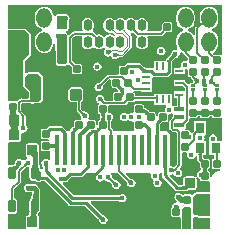
<source format=gtl>
G04*
G04 #@! TF.GenerationSoftware,Altium Limited,Altium Designer,19.1.5 (86)*
G04*
G04 Layer_Physical_Order=1*
G04 Layer_Color=255*
%FSLAX25Y25*%
%MOIN*%
G70*
G01*
G75*
%ADD11C,0.00500*%
%ADD12C,0.00400*%
%ADD19R,0.01260X0.10000*%
G04:AMPARAMS|DCode=20|XSize=23.62mil|YSize=23.62mil|CornerRadius=2.36mil|HoleSize=0mil|Usage=FLASHONLY|Rotation=270.000|XOffset=0mil|YOffset=0mil|HoleType=Round|Shape=RoundedRectangle|*
%AMROUNDEDRECTD20*
21,1,0.02362,0.01890,0,0,270.0*
21,1,0.01890,0.02362,0,0,270.0*
1,1,0.00472,-0.00945,-0.00945*
1,1,0.00472,-0.00945,0.00945*
1,1,0.00472,0.00945,0.00945*
1,1,0.00472,0.00945,-0.00945*
%
%ADD20ROUNDEDRECTD20*%
G04:AMPARAMS|DCode=21|XSize=35.43mil|YSize=31.5mil|CornerRadius=3.94mil|HoleSize=0mil|Usage=FLASHONLY|Rotation=270.000|XOffset=0mil|YOffset=0mil|HoleType=Round|Shape=RoundedRectangle|*
%AMROUNDEDRECTD21*
21,1,0.03543,0.02362,0,0,270.0*
21,1,0.02756,0.03150,0,0,270.0*
1,1,0.00787,-0.01181,-0.01378*
1,1,0.00787,-0.01181,0.01378*
1,1,0.00787,0.01181,0.01378*
1,1,0.00787,0.01181,-0.01378*
%
%ADD21ROUNDEDRECTD21*%
G04:AMPARAMS|DCode=22|XSize=23.62mil|YSize=23.62mil|CornerRadius=2.36mil|HoleSize=0mil|Usage=FLASHONLY|Rotation=180.000|XOffset=0mil|YOffset=0mil|HoleType=Round|Shape=RoundedRectangle|*
%AMROUNDEDRECTD22*
21,1,0.02362,0.01890,0,0,180.0*
21,1,0.01890,0.02362,0,0,180.0*
1,1,0.00472,-0.00945,0.00945*
1,1,0.00472,0.00945,0.00945*
1,1,0.00472,0.00945,-0.00945*
1,1,0.00472,-0.00945,-0.00945*
%
%ADD22ROUNDEDRECTD22*%
G04:AMPARAMS|DCode=23|XSize=35mil|YSize=35mil|CornerRadius=3.5mil|HoleSize=0mil|Usage=FLASHONLY|Rotation=180.000|XOffset=0mil|YOffset=0mil|HoleType=Round|Shape=RoundedRectangle|*
%AMROUNDEDRECTD23*
21,1,0.03500,0.02800,0,0,180.0*
21,1,0.02800,0.03500,0,0,180.0*
1,1,0.00700,-0.01400,0.01400*
1,1,0.00700,0.01400,0.01400*
1,1,0.00700,0.01400,-0.01400*
1,1,0.00700,-0.01400,-0.01400*
%
%ADD23ROUNDEDRECTD23*%
G04:AMPARAMS|DCode=24|XSize=23.62mil|YSize=27.56mil|CornerRadius=2.95mil|HoleSize=0mil|Usage=FLASHONLY|Rotation=0.000|XOffset=0mil|YOffset=0mil|HoleType=Round|Shape=RoundedRectangle|*
%AMROUNDEDRECTD24*
21,1,0.02362,0.02165,0,0,0.0*
21,1,0.01772,0.02756,0,0,0.0*
1,1,0.00591,0.00886,-0.01083*
1,1,0.00591,-0.00886,-0.01083*
1,1,0.00591,-0.00886,0.01083*
1,1,0.00591,0.00886,0.01083*
%
%ADD24ROUNDEDRECTD24*%
G04:AMPARAMS|DCode=25|XSize=35mil|YSize=35mil|CornerRadius=3.5mil|HoleSize=0mil|Usage=FLASHONLY|Rotation=90.000|XOffset=0mil|YOffset=0mil|HoleType=Round|Shape=RoundedRectangle|*
%AMROUNDEDRECTD25*
21,1,0.03500,0.02800,0,0,90.0*
21,1,0.02800,0.03500,0,0,90.0*
1,1,0.00700,0.01400,0.01400*
1,1,0.00700,0.01400,-0.01400*
1,1,0.00700,-0.01400,-0.01400*
1,1,0.00700,-0.01400,0.01400*
%
%ADD25ROUNDEDRECTD25*%
G04:AMPARAMS|DCode=26|XSize=35mil|YSize=35mil|CornerRadius=4.38mil|HoleSize=0mil|Usage=FLASHONLY|Rotation=180.000|XOffset=0mil|YOffset=0mil|HoleType=Round|Shape=RoundedRectangle|*
%AMROUNDEDRECTD26*
21,1,0.03500,0.02625,0,0,180.0*
21,1,0.02625,0.03500,0,0,180.0*
1,1,0.00875,-0.01313,0.01313*
1,1,0.00875,0.01313,0.01313*
1,1,0.00875,0.01313,-0.01313*
1,1,0.00875,-0.01313,-0.01313*
%
%ADD26ROUNDEDRECTD26*%
%ADD27R,0.03150X0.03543*%
G04:AMPARAMS|DCode=28|XSize=10mil|YSize=16mil|CornerRadius=2.5mil|HoleSize=0mil|Usage=FLASHONLY|Rotation=270.000|XOffset=0mil|YOffset=0mil|HoleType=Round|Shape=RoundedRectangle|*
%AMROUNDEDRECTD28*
21,1,0.01000,0.01100,0,0,270.0*
21,1,0.00500,0.01600,0,0,270.0*
1,1,0.00500,-0.00550,-0.00250*
1,1,0.00500,-0.00550,0.00250*
1,1,0.00500,0.00550,0.00250*
1,1,0.00500,0.00550,-0.00250*
%
%ADD28ROUNDEDRECTD28*%
G04:AMPARAMS|DCode=29|XSize=35mil|YSize=35mil|CornerRadius=4.38mil|HoleSize=0mil|Usage=FLASHONLY|Rotation=270.000|XOffset=0mil|YOffset=0mil|HoleType=Round|Shape=RoundedRectangle|*
%AMROUNDEDRECTD29*
21,1,0.03500,0.02625,0,0,270.0*
21,1,0.02625,0.03500,0,0,270.0*
1,1,0.00875,-0.01313,-0.01313*
1,1,0.00875,-0.01313,0.01313*
1,1,0.00875,0.01313,0.01313*
1,1,0.00875,0.01313,-0.01313*
%
%ADD29ROUNDEDRECTD29*%
%ADD30R,0.02756X0.01102*%
%ADD31R,0.01102X0.02756*%
G04:AMPARAMS|DCode=32|XSize=16mil|YSize=35mil|CornerRadius=2.4mil|HoleSize=0mil|Usage=FLASHONLY|Rotation=90.000|XOffset=0mil|YOffset=0mil|HoleType=Round|Shape=RoundedRectangle|*
%AMROUNDEDRECTD32*
21,1,0.01600,0.03020,0,0,90.0*
21,1,0.01120,0.03500,0,0,90.0*
1,1,0.00480,0.01510,0.00560*
1,1,0.00480,0.01510,-0.00560*
1,1,0.00480,-0.01510,-0.00560*
1,1,0.00480,-0.01510,0.00560*
%
%ADD32ROUNDEDRECTD32*%
G04:AMPARAMS|DCode=33|XSize=23.62mil|YSize=43.31mil|CornerRadius=5.91mil|HoleSize=0mil|Usage=FLASHONLY|Rotation=180.000|XOffset=0mil|YOffset=0mil|HoleType=Round|Shape=RoundedRectangle|*
%AMROUNDEDRECTD33*
21,1,0.02362,0.03150,0,0,180.0*
21,1,0.01181,0.04331,0,0,180.0*
1,1,0.01181,-0.00591,0.01575*
1,1,0.01181,0.00591,0.01575*
1,1,0.01181,0.00591,-0.01575*
1,1,0.01181,-0.00591,-0.01575*
%
%ADD33ROUNDEDRECTD33*%
%ADD53C,0.01772*%
%ADD54C,0.01600*%
%ADD55C,0.01000*%
%ADD56C,0.01500*%
%ADD57C,0.01400*%
%ADD58C,0.03000*%
%ADD59C,0.01200*%
%ADD60C,0.02000*%
%ADD61O,0.05118X0.06535*%
%ADD62O,0.05118X0.06535*%
%ADD63O,0.08465X0.03543*%
%ADD64O,0.02992X0.03937*%
%ADD65C,0.01772*%
%ADD66C,0.02362*%
G36*
X79372Y78850D02*
X79347Y78893D01*
X79317Y78922D01*
X79280Y78939D01*
X79238Y78944D01*
X79191Y78935D01*
X79138Y78914D01*
X79079Y78880D01*
X79015Y78834D01*
X78945Y78775D01*
X78870Y78703D01*
X78649Y79189D01*
X78722Y79265D01*
X78785Y79339D01*
X78838Y79409D01*
X78881Y79477D01*
X78915Y79541D01*
X78938Y79603D01*
X78951Y79661D01*
X78954Y79716D01*
X78948Y79768D01*
X78931Y79817D01*
X79372Y78850D01*
D02*
G37*
G36*
X81892Y69980D02*
X81862Y69965D01*
X81836Y69940D01*
X81813Y69906D01*
X81794Y69862D01*
X81778Y69809D01*
X81766Y69746D01*
X81757Y69674D01*
X81752Y69591D01*
X81750Y69500D01*
X81250D01*
X81248Y69589D01*
X81234Y69740D01*
X81221Y69801D01*
X81205Y69852D01*
X81186Y69894D01*
X81163Y69927D01*
X81136Y69950D01*
X81106Y69963D01*
X81072Y69967D01*
X81926Y69985D01*
X81892Y69980D01*
D02*
G37*
G36*
X73966Y69973D02*
X73930Y69958D01*
X73898Y69932D01*
X73870Y69895D01*
X73847Y69848D01*
X73827Y69791D01*
X73813Y69723D01*
X73802Y69645D01*
X73795Y69556D01*
X73793Y69457D01*
X73293D01*
X73291Y69556D01*
X73274Y69723D01*
X73259Y69791D01*
X73240Y69848D01*
X73217Y69895D01*
X73189Y69932D01*
X73157Y69958D01*
X73121Y69973D01*
X73080Y69979D01*
X74006D01*
X73966Y69973D01*
D02*
G37*
G36*
X85719Y85365D02*
Y68883D01*
X85352Y68626D01*
X85219Y68587D01*
X84992Y68633D01*
X83700D01*
X83682Y68645D01*
X83637Y68635D01*
X83595Y68654D01*
X83540Y68633D01*
X83519D01*
X83495Y68650D01*
X83342Y68779D01*
X83252Y68867D01*
X83190Y68892D01*
X82835Y69247D01*
X82893Y69747D01*
X82972Y69817D01*
X83599Y70299D01*
X84089Y70938D01*
X84398Y71682D01*
X84503Y72480D01*
Y73898D01*
X84398Y74696D01*
X84089Y75440D01*
X83599Y76079D01*
X82960Y76570D01*
X82216Y76878D01*
Y77374D01*
X82960Y77682D01*
X83599Y78173D01*
X84089Y78812D01*
X84398Y79556D01*
X84503Y80354D01*
Y81772D01*
X84398Y82570D01*
X84089Y83314D01*
X83599Y83953D01*
X82960Y84444D01*
X82216Y84752D01*
X81417Y84857D01*
X80619Y84752D01*
X79875Y84444D01*
X79236Y83953D01*
X78745Y83314D01*
X78437Y82570D01*
X78332Y81772D01*
Y80354D01*
X78412Y79747D01*
X78394Y79719D01*
X78363Y79679D01*
X78320Y79629D01*
X78257Y79562D01*
X78233Y79502D01*
X76959Y78227D01*
X76793Y77979D01*
X76735Y77687D01*
Y75492D01*
X76235Y75392D01*
X76215Y75440D01*
X75725Y76079D01*
X75086Y76570D01*
X74342Y76878D01*
Y77374D01*
X75086Y77682D01*
X75725Y78173D01*
X76215Y78812D01*
X76524Y79556D01*
X76629Y80354D01*
Y81772D01*
X76524Y82570D01*
X76215Y83314D01*
X75725Y83953D01*
X75086Y84444D01*
X74342Y84752D01*
X73543Y84857D01*
X72745Y84752D01*
X72001Y84444D01*
X71362Y83953D01*
X70871Y83314D01*
X70563Y82570D01*
X70458Y81772D01*
Y80354D01*
X70563Y79556D01*
X70871Y78812D01*
X71362Y78173D01*
X72001Y77682D01*
X72745Y77374D01*
Y76878D01*
X72001Y76570D01*
X71362Y76079D01*
X70871Y75440D01*
X70563Y74696D01*
X70458Y73898D01*
Y72480D01*
X70563Y71682D01*
X70850Y70988D01*
X70764Y70810D01*
X70542Y70545D01*
X70200Y70613D01*
X69659Y70505D01*
X69201Y70199D01*
X68895Y69741D01*
X68849Y69513D01*
X68791Y69422D01*
X68782Y69374D01*
X68774Y69346D01*
X68764Y69316D01*
X68751Y69284D01*
X68733Y69250D01*
X68711Y69213D01*
X68688Y69180D01*
X68609Y69084D01*
X68562Y69034D01*
X68543Y68985D01*
X67247Y67690D01*
X67027Y67359D01*
X66970Y67077D01*
X66927Y66978D01*
X66926Y66890D01*
X62980D01*
Y64628D01*
X62839Y64553D01*
X62366Y64488D01*
Y64488D01*
X60697D01*
X60687Y64496D01*
X60646Y64492D01*
X60611Y64512D01*
X60518Y64488D01*
X60220D01*
X60124Y64543D01*
X60005Y64625D01*
X59683Y64896D01*
X59499Y65073D01*
X59449Y65093D01*
X58821Y65721D01*
X58490Y65942D01*
X58100Y66020D01*
X54469D01*
X54078Y65942D01*
X53836Y65780D01*
X53736Y65740D01*
X53289Y65300D01*
X53175Y65196D01*
X52024D01*
X51736Y65138D01*
X51493Y64976D01*
X51330Y64732D01*
X51273Y64445D01*
Y62555D01*
X50835Y62196D01*
X47957D01*
X47664Y62138D01*
X47416Y61972D01*
X45053Y59609D01*
X45024Y59604D01*
X45010Y59595D01*
X45003Y59593D01*
X44994Y59586D01*
X44978Y59578D01*
X44938Y59562D01*
X44892Y59547D01*
X44472Y59456D01*
X44344Y59436D01*
X44245Y59377D01*
X44009Y59330D01*
X43551Y59023D01*
X43245Y58565D01*
X43137Y58024D01*
X43245Y57484D01*
X43551Y57025D01*
X44009Y56719D01*
X44550Y56611D01*
X45091Y56719D01*
X45549Y57025D01*
X45855Y57484D01*
X45902Y57719D01*
X45962Y57818D01*
X45983Y57954D01*
X46026Y58184D01*
X46070Y58358D01*
X46088Y58412D01*
X46104Y58452D01*
X46111Y58468D01*
X46119Y58477D01*
X46121Y58484D01*
X46130Y58499D01*
X46135Y58527D01*
X48195Y60588D01*
X48734Y60570D01*
X48836Y60445D01*
Y58555D01*
X48893Y58268D01*
X49056Y58024D01*
X49299Y57862D01*
X49587Y57805D01*
X49896D01*
X49915Y57802D01*
X49924Y57805D01*
X49955D01*
X49969Y57801D01*
X50054Y57767D01*
X50175Y57700D01*
X50315Y57608D01*
X50875Y57137D01*
X50884Y57126D01*
X50911Y57087D01*
X50933Y57050D01*
X50950Y57016D01*
X50964Y56984D01*
X50974Y56954D01*
X50982Y56926D01*
X50987Y56896D01*
X50989Y56875D01*
X50898Y56639D01*
X50648Y56396D01*
X50087D01*
X49799Y56338D01*
X49556Y56176D01*
X49393Y55932D01*
X49336Y55645D01*
Y53755D01*
X49123Y53496D01*
X46786D01*
X46585Y53697D01*
X46580Y53725D01*
X46571Y53740D01*
X46569Y53747D01*
X46561Y53756D01*
X46554Y53772D01*
X46538Y53812D01*
X46523Y53857D01*
X46432Y54278D01*
X46412Y54406D01*
X46352Y54505D01*
X46305Y54741D01*
X45999Y55199D01*
X45541Y55505D01*
X45000Y55613D01*
X44459Y55505D01*
X44001Y55199D01*
X43695Y54741D01*
X43587Y54200D01*
X43695Y53659D01*
X44001Y53201D01*
X44459Y52895D01*
X44695Y52848D01*
X44720Y52832D01*
X44764Y52558D01*
X44730Y52292D01*
X44556Y52176D01*
X44393Y51932D01*
X44336Y51645D01*
Y49755D01*
X44393Y49468D01*
X44556Y49224D01*
X44799Y49062D01*
X44925Y49037D01*
X44936Y49007D01*
X44956Y48929D01*
X44974Y48819D01*
X44986Y48679D01*
X44991Y48499D01*
X45012Y48450D01*
Y47750D01*
X44991Y47701D01*
X44986Y47521D01*
X44974Y47381D01*
X44956Y47271D01*
X44936Y47193D01*
X44925Y47163D01*
X44799Y47138D01*
X44556Y46976D01*
X44393Y46732D01*
X44336Y46445D01*
Y45855D01*
X44309Y45811D01*
X44320Y45768D01*
X44303Y45727D01*
X44336Y45646D01*
Y45623D01*
X44164Y45478D01*
X43664Y45709D01*
Y46445D01*
X43607Y46732D01*
X43444Y46976D01*
X43201Y47138D01*
X42913Y47196D01*
X41374D01*
X41129Y47695D01*
X41305Y47959D01*
X41413Y48500D01*
X41305Y49041D01*
X40999Y49499D01*
X40541Y49805D01*
X40305Y49852D01*
X40206Y49912D01*
X40070Y49933D01*
X39841Y49976D01*
X39666Y50020D01*
X39612Y50038D01*
X39572Y50054D01*
X39556Y50061D01*
X39547Y50069D01*
X39540Y50071D01*
X39525Y50080D01*
X39497Y50085D01*
X38765Y50817D01*
Y53024D01*
X38782Y53047D01*
X38785Y53064D01*
X38789Y53071D01*
X38790Y53079D01*
X38883Y53117D01*
X38883Y53117D01*
X39383Y53617D01*
X39541Y54000D01*
X39541Y54000D01*
X39541Y57000D01*
X39541Y57000D01*
X39383Y57383D01*
X39383D01*
X38883Y57883D01*
X38883Y57883D01*
X38500Y58041D01*
X38500Y58041D01*
X35500Y58041D01*
X35500Y58041D01*
X35117Y57883D01*
Y57883D01*
X34617Y57383D01*
X34459Y57000D01*
X34459Y57000D01*
X34459Y54000D01*
X34617Y53617D01*
X34617Y53617D01*
X35117Y53117D01*
X35117Y53117D01*
X35500Y52959D01*
X35500Y52959D01*
X37235D01*
Y50500D01*
X37293Y50207D01*
X37459Y49959D01*
X38415Y49003D01*
X38420Y48974D01*
X38429Y48960D01*
X38431Y48953D01*
X38439Y48944D01*
X38447Y48928D01*
X38462Y48888D01*
X38477Y48842D01*
X38568Y48422D01*
X38588Y48294D01*
X38648Y48195D01*
X38695Y47959D01*
X38871Y47695D01*
X38626Y47196D01*
X37087D01*
X36799Y47138D01*
X36556Y46976D01*
X36393Y46732D01*
X36336Y46445D01*
Y45836D01*
X36322Y45813D01*
X36332Y45769D01*
X36315Y45727D01*
X36336Y45675D01*
Y45392D01*
X36307Y45342D01*
X36221Y45219D01*
X35935Y44882D01*
X35748Y44688D01*
X35728Y44638D01*
X35204Y44115D01*
X34983Y43784D01*
X34927Y43499D01*
X33942D01*
X32721Y44721D01*
X32390Y44942D01*
X32000Y45020D01*
X28532D01*
X28141Y44942D01*
X27903Y44783D01*
X27802Y44743D01*
X27314Y44273D01*
X27189Y44164D01*
X26055D01*
X25768Y44107D01*
X25524Y43944D01*
X25362Y43701D01*
X25304Y43413D01*
Y41524D01*
X25362Y41236D01*
X25524Y40993D01*
X25768Y40830D01*
X26055Y40773D01*
X27537D01*
X28037Y40311D01*
Y40302D01*
X27945Y40227D01*
X26055D01*
X25768Y40170D01*
X25524Y40007D01*
X25362Y39764D01*
X25304Y39476D01*
Y37587D01*
X25362Y37299D01*
X25524Y37056D01*
X25768Y36893D01*
X26055Y36836D01*
X27945D01*
X28037Y36854D01*
X28469Y36583D01*
X28537Y36495D01*
Y33845D01*
X28037Y33693D01*
X27899Y33899D01*
X27441Y34205D01*
X26900Y34313D01*
X26359Y34205D01*
X25901Y33899D01*
X25595Y33441D01*
X25487Y32900D01*
X25595Y32359D01*
X25724Y32166D01*
X25747Y32060D01*
X25774Y32020D01*
X25789Y31995D01*
X25803Y31967D01*
X25815Y31935D01*
X25827Y31898D01*
X25838Y31857D01*
X25845Y31817D01*
X25857Y31693D01*
X25859Y31625D01*
X25880Y31576D01*
Y30856D01*
X25449Y30634D01*
X25021Y30876D01*
X24915Y31264D01*
X24903Y31301D01*
X24916Y31336D01*
X24841Y33049D01*
X24825Y33082D01*
Y33617D01*
X24841Y33655D01*
X24841Y33657D01*
X24841Y33658D01*
X24838Y34350D01*
X24835Y34356D01*
X24838Y34363D01*
X24825Y34779D01*
Y36000D01*
X24767Y36296D01*
Y38400D01*
X24701Y38732D01*
X24513Y39013D01*
X24232Y39201D01*
X23900Y39267D01*
X21100D01*
X20768Y39201D01*
X20487Y39013D01*
X20299Y38732D01*
X20233Y38400D01*
Y35600D01*
X20299Y35268D01*
X20487Y34987D01*
X20768Y34799D01*
X20775Y34798D01*
Y34288D01*
X20359Y34205D01*
X19901Y33899D01*
X19735Y33650D01*
X19165D01*
X18999Y33899D01*
X18541Y34205D01*
X18000Y34313D01*
X17459Y34205D01*
X17001Y33899D01*
X16695Y33441D01*
X16587Y32900D01*
X16623Y32718D01*
X16601Y32617D01*
X16602Y32615D01*
X16539Y32511D01*
X16383Y32321D01*
X16331Y32274D01*
X16221Y32199D01*
X15169D01*
X14781Y32121D01*
X14726Y32125D01*
X14281Y32406D01*
Y39524D01*
X14768Y39799D01*
X14781Y39797D01*
X15100Y39733D01*
X17900D01*
X18232Y39799D01*
X18513Y39987D01*
X18701Y40268D01*
X18767Y40600D01*
Y42518D01*
X19267Y42883D01*
X19500Y42837D01*
X20041Y42945D01*
X20499Y43251D01*
X20805Y43709D01*
X20913Y44250D01*
X20805Y44791D01*
X20672Y44991D01*
X20644Y45103D01*
X20563Y45213D01*
X20431Y45406D01*
X20339Y45561D01*
X20313Y45611D01*
X20296Y45651D01*
X20290Y45668D01*
X20289Y45679D01*
X20286Y45686D01*
X20282Y45703D01*
X20265Y45726D01*
Y48356D01*
X20207Y48648D01*
X20041Y48896D01*
X18696Y50241D01*
Y52430D01*
X18991Y52725D01*
X21590D01*
X21882Y52783D01*
X21931Y52816D01*
X22160Y52607D01*
X22297Y52557D01*
X22419Y52476D01*
X22486Y52490D01*
X22550Y52466D01*
X22682Y52529D01*
X22825Y52557D01*
X22979Y52660D01*
X23108Y52686D01*
X24727D01*
X25110Y52844D01*
X25110Y52844D01*
X25883Y53617D01*
X26041Y54000D01*
X26041Y54000D01*
X26041Y61500D01*
X25883Y61883D01*
X25883Y61883D01*
X24883Y62883D01*
X24500Y63041D01*
X24500Y63041D01*
X21000Y63041D01*
X21000Y63041D01*
X20617Y62883D01*
X20503Y62769D01*
X20041Y62960D01*
Y66776D01*
X21883Y68617D01*
X22041Y69000D01*
X22041Y69000D01*
Y75500D01*
X22041Y75500D01*
X21883Y75883D01*
X21883Y75883D01*
X20383Y77383D01*
X20383Y77383D01*
X20000Y77541D01*
X20000Y77541D01*
X14281Y77541D01*
Y85365D01*
X85719Y85365D01*
D02*
G37*
G36*
X70325Y68323D02*
X70256Y68310D01*
X70188Y68293D01*
X70121Y68269D01*
X70054Y68240D01*
X69987Y68206D01*
X69921Y68167D01*
X69855Y68121D01*
X69790Y68071D01*
X69725Y68015D01*
X69661Y67954D01*
X68954Y68661D01*
X69015Y68725D01*
X69121Y68855D01*
X69166Y68921D01*
X69206Y68987D01*
X69240Y69054D01*
X69269Y69121D01*
X69293Y69188D01*
X69310Y69256D01*
X69323Y69325D01*
X70325Y68323D01*
D02*
G37*
G36*
X82978Y68379D02*
X83163Y68222D01*
X83244Y68164D01*
X83318Y68120D01*
X83386Y68091D01*
X83446Y68075D01*
X83498Y68074D01*
X83544Y68086D01*
X83583Y68113D01*
X82872Y67433D01*
X82899Y67470D01*
X82913Y67515D01*
X82912Y67567D01*
X82897Y67627D01*
X82868Y67693D01*
X82824Y67768D01*
X82766Y67850D01*
X82694Y67939D01*
X82506Y68140D01*
X82875Y68478D01*
X82978Y68379D01*
D02*
G37*
G36*
X74978D02*
X75163Y68222D01*
X75244Y68164D01*
X75318Y68120D01*
X75386Y68091D01*
X75445Y68075D01*
X75498Y68074D01*
X75544Y68086D01*
X75582Y68113D01*
X74872Y67433D01*
X74900Y67470D01*
X74913Y67515D01*
X74912Y67567D01*
X74897Y67627D01*
X74868Y67693D01*
X74824Y67768D01*
X74766Y67850D01*
X74694Y67939D01*
X74506Y68140D01*
X74875Y68478D01*
X74978Y68379D01*
D02*
G37*
G36*
X78963Y68378D02*
X79149Y68220D01*
X79230Y68162D01*
X79305Y68119D01*
X79372Y68089D01*
X79431Y68074D01*
X79484Y68072D01*
X79529Y68085D01*
X79567Y68113D01*
X78872Y67418D01*
X78899Y67455D01*
X78912Y67500D01*
X78910Y67553D01*
X78895Y67613D01*
X78866Y67680D01*
X78822Y67754D01*
X78764Y67836D01*
X78692Y67925D01*
X78506Y68125D01*
X78860Y68478D01*
X78963Y68378D01*
D02*
G37*
G36*
X72745Y69500D02*
X72751Y69499D01*
X72752Y69445D01*
X72805Y69326D01*
X72837Y69164D01*
X73003Y68916D01*
X74086Y67833D01*
X74107Y67775D01*
X74109Y67774D01*
X74110Y67771D01*
X74285Y67584D01*
X74334Y67523D01*
X74352Y67498D01*
Y67493D01*
X74331Y67445D01*
X74348Y67402D01*
X74336Y67356D01*
X74352Y67330D01*
Y66998D01*
X73852Y66697D01*
X73480Y66770D01*
X72940Y66663D01*
X72481Y66357D01*
X72175Y65898D01*
X72067Y65358D01*
X72141Y64988D01*
X71839Y64488D01*
X69634D01*
Y62386D01*
X73390D01*
Y63870D01*
X73480Y63945D01*
X73865Y64021D01*
X73899Y64016D01*
X74259Y63779D01*
X74352Y63672D01*
Y62055D01*
X74409Y61768D01*
X74572Y61524D01*
X74815Y61362D01*
X75102Y61304D01*
X75312D01*
X75341Y61160D01*
X75507Y60912D01*
X75915Y60503D01*
X75920Y60474D01*
X75929Y60460D01*
X75931Y60453D01*
X75939Y60444D01*
X75946Y60428D01*
X75962Y60387D01*
X75977Y60343D01*
X76053Y59994D01*
X76024Y59841D01*
X75980Y59666D01*
X75962Y59613D01*
X75953Y59590D01*
X75928Y59569D01*
X75883Y59538D01*
X75852Y59521D01*
X75844Y59517D01*
X75830Y59515D01*
X75830Y59515D01*
X75450D01*
X75157Y59456D01*
X74909Y59291D01*
X74784Y59104D01*
X74580Y59018D01*
X74218Y58964D01*
X73676Y59505D01*
X73667Y59544D01*
X73635Y59563D01*
X73621Y59597D01*
X73541Y59681D01*
X73481Y59749D01*
X73435Y59807D01*
X73404Y59852D01*
X73390Y59876D01*
Y60551D01*
X69634D01*
Y58449D01*
X72497D01*
X72513Y58446D01*
X72658Y58320D01*
X72762Y58219D01*
X72824Y58194D01*
X73235Y57783D01*
Y56614D01*
X69634D01*
Y54512D01*
X70709D01*
X70709Y54510D01*
X70735Y54451D01*
Y51980D01*
X70709Y51921D01*
X70709Y51915D01*
X69990D01*
X69701Y51857D01*
X69466Y51700D01*
X69452Y51692D01*
X69370Y51657D01*
X69295Y51724D01*
X69020Y52110D01*
Y55866D01*
X62980D01*
Y55053D01*
X62978Y55053D01*
X62919Y55027D01*
X56729D01*
X56670Y55053D01*
X56664Y55053D01*
Y55645D01*
X56607Y55932D01*
X56444Y56176D01*
X56201Y56338D01*
X56372Y56779D01*
X56437Y56766D01*
X56437Y56766D01*
X58549D01*
X58608Y56740D01*
X58610Y56740D01*
Y56480D01*
X62366D01*
Y61053D01*
X62751Y61318D01*
X62866Y61347D01*
X63200Y61280D01*
X67100D01*
X67490Y61358D01*
X67821Y61579D01*
X68690Y62448D01*
X68910Y62778D01*
X68981Y63134D01*
X69020D01*
Y66307D01*
X69049Y66378D01*
X69036Y66408D01*
X69037Y66409D01*
X69040Y66420D01*
X69040Y66421D01*
X69045Y66440D01*
X69038Y66453D01*
X69029Y66587D01*
X69985Y67543D01*
X70034Y67562D01*
X70089Y67614D01*
X70133Y67652D01*
X70174Y67684D01*
X70213Y67711D01*
X70250Y67733D01*
X70284Y67751D01*
X70316Y67764D01*
X70346Y67774D01*
X70374Y67782D01*
X70422Y67791D01*
X70513Y67849D01*
X70741Y67895D01*
X71199Y68201D01*
X71505Y68659D01*
X71613Y69200D01*
X71548Y69525D01*
X72001Y69808D01*
X72745Y69500D01*
D02*
G37*
G36*
X68469Y66856D02*
X68500Y66384D01*
X68508Y66378D01*
X67429D01*
X67437Y66384D01*
X67443Y66402D01*
X67449Y66431D01*
X67454Y66472D01*
X67462Y66590D01*
X67469Y66969D01*
X68468D01*
X68469Y66856D01*
D02*
G37*
G36*
X54822Y64647D02*
X54144Y63920D01*
X53389Y64676D01*
X53401Y64678D01*
X53426Y64695D01*
X53464Y64727D01*
X53662Y64908D01*
X54115Y65354D01*
X54822Y64647D01*
D02*
G37*
G36*
X59320Y64494D02*
X59676Y64194D01*
X59836Y64084D01*
X59984Y64000D01*
X60119Y63943D01*
X60242Y63911D01*
X60353Y63907D01*
X60452Y63928D01*
X60538Y63976D01*
X59122Y62898D01*
X59115Y62976D01*
X59094Y63060D01*
X59059Y63152D01*
X59009Y63250D01*
X58946Y63354D01*
X58868Y63465D01*
X58670Y63708D01*
X58549Y63840D01*
X58415Y63978D01*
X59124Y64683D01*
X59320Y64494D01*
D02*
G37*
G36*
X83567Y61824D02*
X83529Y61852D01*
X83484Y61865D01*
X83431Y61863D01*
X83372Y61848D01*
X83305Y61818D01*
X83230Y61775D01*
X83149Y61717D01*
X83060Y61645D01*
X82860Y61459D01*
X82506Y61812D01*
X82606Y61916D01*
X82764Y62101D01*
X82822Y62183D01*
X82866Y62257D01*
X82895Y62324D01*
X82911Y62384D01*
X82912Y62437D01*
X82899Y62482D01*
X82872Y62520D01*
X83567Y61824D01*
D02*
G37*
G36*
X76386Y61821D02*
X76367Y61810D01*
X76351Y61791D01*
X76337Y61765D01*
X76325Y61731D01*
X76315Y61691D01*
X76307Y61642D01*
X76302Y61587D01*
X76297Y61453D01*
X75797D01*
X75796Y61523D01*
X75787Y61642D01*
X75780Y61691D01*
X75770Y61731D01*
X75758Y61765D01*
X75744Y61791D01*
X75727Y61810D01*
X75708Y61821D01*
X75688Y61824D01*
X76407D01*
X76386Y61821D01*
D02*
G37*
G36*
X80051Y61824D02*
X80300D01*
X80252Y61819D01*
X80210Y61804D01*
X80172Y61778D01*
X80140Y61743D01*
X80112Y61696D01*
X80090Y61640D01*
X80072Y61574D01*
X80065Y61529D01*
X80098Y61089D01*
X80123Y61031D01*
X80165Y60949D01*
X80275Y60765D01*
X80421Y60550D01*
X80508Y60432D01*
X80266D01*
X80295Y60395D01*
X79305D01*
X79334Y60432D01*
X79092D01*
X79179Y60550D01*
X79435Y60949D01*
X79477Y61031D01*
X79509Y61105D01*
X79511Y61112D01*
X79528Y61262D01*
X79539Y61505D01*
X79527Y61574D01*
X79510Y61640D01*
X79488Y61696D01*
X79460Y61743D01*
X79427Y61778D01*
X79390Y61804D01*
X79347Y61819D01*
X79300Y61824D01*
X79549D01*
X79550Y61954D01*
X80050D01*
X80051Y61824D01*
D02*
G37*
G36*
X82693Y61167D02*
X82696Y61108D01*
X82705Y61042D01*
X82720Y60970D01*
X82741Y60893D01*
X82800Y60720D01*
X82838Y60624D01*
X82990Y60301D01*
X81595Y60547D01*
X81709Y60655D01*
X82044Y61019D01*
X82098Y61093D01*
X82139Y61160D01*
X82169Y61219D01*
X82187Y61272D01*
X82193Y61317D01*
X82693Y61167D01*
D02*
G37*
G36*
X53385Y60941D02*
X53570Y60783D01*
X53651Y60725D01*
X53726Y60682D01*
X53793Y60652D01*
X53853Y60637D01*
X53905Y60636D01*
X53950Y60649D01*
X53988Y60676D01*
X53293Y59980D01*
X53320Y60018D01*
X53333Y60063D01*
X53332Y60116D01*
X53316Y60176D01*
X53287Y60243D01*
X53243Y60317D01*
X53185Y60399D01*
X53114Y60488D01*
X52927Y60688D01*
X53281Y61041D01*
X53385Y60941D01*
D02*
G37*
G36*
X76740Y61120D02*
X76791Y61088D01*
X76854Y61058D01*
X76929Y61028D01*
X77016Y61000D01*
X77224Y60947D01*
X77479Y60899D01*
X77625Y60877D01*
X76748Y60000D01*
X77625Y59123D01*
X77479Y59101D01*
X77016Y59000D01*
X76929Y58972D01*
X76854Y58942D01*
X76820Y58926D01*
X76788Y58880D01*
X76750Y58811D01*
X76727Y58751D01*
X76720Y58700D01*
X76730Y58657D01*
X76755Y58625D01*
X76796Y58600D01*
X75801Y58996D01*
X75852Y58982D01*
X75907Y58979D01*
X75967Y58988D01*
X76031Y59008D01*
X76099Y59039D01*
X76172Y59081D01*
X76250Y59134D01*
X76331Y59198D01*
X76382Y59243D01*
X76412Y59291D01*
X76442Y59354D01*
X76472Y59429D01*
X76500Y59516D01*
X76553Y59724D01*
X76601Y59979D01*
X76604Y60000D01*
X76601Y60021D01*
X76500Y60484D01*
X76472Y60571D01*
X76442Y60646D01*
X76412Y60709D01*
X76380Y60760D01*
X76346Y60800D01*
X76700Y61154D01*
X76740Y61120D01*
D02*
G37*
G36*
X80502Y59717D02*
X80530Y59284D01*
X80547Y59178D01*
X80568Y59091D01*
X80592Y59024D01*
X80620Y58976D01*
X80652Y58947D01*
X80688Y58938D01*
X79268Y58932D01*
X79236Y58929D01*
X79207Y58949D01*
X79182Y58990D01*
X79160Y59054D01*
X79142Y59139D01*
X79127Y59247D01*
X79107Y59529D01*
X79100Y59900D01*
X80500D01*
X80502Y59717D01*
D02*
G37*
G36*
X72850Y59880D02*
X72846Y59826D01*
X72854Y59767D01*
X72873Y59703D01*
X72904Y59635D01*
X72946Y59562D01*
X73000Y59484D01*
X73066Y59402D01*
X73143Y59314D01*
X73231Y59222D01*
X73139Y58607D01*
X73024Y58719D01*
X72823Y58892D01*
X72738Y58954D01*
X72662Y58999D01*
X72596Y59027D01*
X72540Y59039D01*
X72495Y59033D01*
X72458Y59012D01*
X72432Y58973D01*
X72866Y59929D01*
X72850Y59880D01*
D02*
G37*
G36*
X83098Y59929D02*
X83219Y59481D01*
X83251Y59396D01*
X83284Y59322D01*
X83317Y59260D01*
X83343Y59221D01*
X83481Y59103D01*
X83563Y59045D01*
X83637Y59002D01*
X83704Y58972D01*
X83764Y58957D01*
X83817Y58956D01*
X83862Y58969D01*
X83899Y58996D01*
X83204Y58301D01*
X83232Y58338D01*
X83244Y58383D01*
X83243Y58436D01*
X83228Y58496D01*
X83198Y58563D01*
X83155Y58637D01*
X83097Y58719D01*
X83025Y58808D01*
X83011Y58823D01*
X82973Y58845D01*
X82909Y58873D01*
X82834Y58899D01*
X82745Y58924D01*
X82532Y58967D01*
X82269Y59003D01*
X82119Y59018D01*
X83070Y60068D01*
X83098Y59929D01*
D02*
G37*
G36*
X55617Y58982D02*
X55604Y58937D01*
X55605Y58884D01*
X55621Y58824D01*
X55650Y58757D01*
X55694Y58683D01*
X55752Y58601D01*
X55823Y58512D01*
X56010Y58312D01*
X55656Y57959D01*
X55553Y58059D01*
X55367Y58217D01*
X55286Y58275D01*
X55211Y58318D01*
X55144Y58348D01*
X55084Y58363D01*
X55032Y58364D01*
X54987Y58351D01*
X54949Y58324D01*
X55644Y59020D01*
X55617Y58982D01*
D02*
G37*
G36*
X45704Y58824D02*
X45670Y58785D01*
X45638Y58733D01*
X45608Y58670D01*
X45578Y58595D01*
X45550Y58508D01*
X45497Y58300D01*
X45449Y58045D01*
X45427Y57899D01*
X44425Y58901D01*
X44570Y58923D01*
X45034Y59024D01*
X45121Y59052D01*
X45196Y59082D01*
X45259Y59113D01*
X45310Y59145D01*
X45350Y59178D01*
X45704Y58824D01*
D02*
G37*
G36*
X59134Y57031D02*
X59129Y57078D01*
X59114Y57121D01*
X59088Y57158D01*
X59052Y57191D01*
X59006Y57218D01*
X58950Y57241D01*
X58883Y57258D01*
X58807Y57271D01*
X58719Y57279D01*
X58622Y57281D01*
Y57781D01*
X58719Y57784D01*
X58807Y57791D01*
X58883Y57803D01*
X58950Y57821D01*
X59006Y57844D01*
X59052Y57871D01*
X59088Y57903D01*
X59114Y57941D01*
X59129Y57983D01*
X59134Y58031D01*
Y57031D01*
D02*
G37*
G36*
X51628Y59142D02*
X51582Y59070D01*
X51569Y58979D01*
X51589Y58868D01*
X51642Y58739D01*
X51729Y58590D01*
X51849Y58421D01*
X52001Y58234D01*
X52046Y58186D01*
X52055Y58179D01*
X52121Y58134D01*
X52187Y58094D01*
X52254Y58060D01*
X52321Y58031D01*
X52388Y58007D01*
X52456Y57990D01*
X52525Y57977D01*
X52378Y57831D01*
X52407Y57801D01*
X52247Y57700D01*
X51523Y56975D01*
X51511Y57044D01*
X51493Y57112D01*
X51469Y57179D01*
X51440Y57246D01*
X51406Y57313D01*
X51367Y57379D01*
X51322Y57445D01*
X51271Y57510D01*
X51266Y57516D01*
X50640Y58042D01*
X50455Y58164D01*
X50286Y58256D01*
X50134Y58319D01*
X49997Y58351D01*
X49877Y58353D01*
X49773Y58324D01*
X51707Y59195D01*
X51628Y59142D01*
D02*
G37*
G36*
X84452Y56499D02*
X84410Y56484D01*
X84373Y56458D01*
X84340Y56423D01*
X84312Y56376D01*
X84290Y56320D01*
X84272Y56253D01*
X84260Y56177D01*
X84253Y56090D01*
X84250Y55992D01*
X83750D01*
X83748Y56090D01*
X83740Y56177D01*
X83728Y56253D01*
X83710Y56320D01*
X83688Y56376D01*
X83660Y56423D01*
X83627Y56458D01*
X83590Y56484D01*
X83548Y56499D01*
X83500Y56504D01*
X84500D01*
X84452Y56499D01*
D02*
G37*
G36*
X80453D02*
X80410Y56484D01*
X80373Y56458D01*
X80340Y56423D01*
X80313Y56376D01*
X80290Y56320D01*
X80273Y56253D01*
X80260Y56177D01*
X80252Y56090D01*
X80250Y55992D01*
X79750D01*
X79747Y56090D01*
X79740Y56177D01*
X79728Y56253D01*
X79710Y56320D01*
X79688Y56376D01*
X79660Y56423D01*
X79628Y56458D01*
X79590Y56484D01*
X79548Y56499D01*
X79500Y56504D01*
X80500D01*
X80453Y56499D01*
D02*
G37*
G36*
X76452D02*
X76410Y56484D01*
X76372Y56458D01*
X76340Y56423D01*
X76313Y56376D01*
X76290Y56320D01*
X76272Y56253D01*
X76260Y56177D01*
X76253Y56090D01*
X76250Y55992D01*
X75750D01*
X75748Y56090D01*
X75740Y56177D01*
X75727Y56253D01*
X75710Y56320D01*
X75687Y56376D01*
X75660Y56423D01*
X75627Y56458D01*
X75590Y56484D01*
X75547Y56499D01*
X75500Y56504D01*
X76500D01*
X76452Y56499D01*
D02*
G37*
G36*
X52962Y56410D02*
X52949Y56384D01*
X52937Y56349D01*
X52927Y56306D01*
X52919Y56255D01*
X52907Y56126D01*
X52901Y55963D01*
X52900Y55869D01*
X51900D01*
X51899Y55963D01*
X51881Y56255D01*
X51873Y56306D01*
X51863Y56349D01*
X51851Y56384D01*
X51838Y56410D01*
X51824Y56427D01*
X52976D01*
X52962Y56410D01*
D02*
G37*
G36*
X84253Y55059D02*
X84260Y54972D01*
X84272Y54895D01*
X84290Y54828D01*
X84312Y54772D01*
X84340Y54726D01*
X84373Y54690D01*
X84410Y54664D01*
X84452Y54649D01*
X84500Y54644D01*
X83500D01*
X83548Y54649D01*
X83590Y54664D01*
X83627Y54690D01*
X83660Y54726D01*
X83688Y54772D01*
X83710Y54828D01*
X83728Y54895D01*
X83740Y54972D01*
X83748Y55059D01*
X83750Y55156D01*
X84250D01*
X84253Y55059D01*
D02*
G37*
G36*
X80252D02*
X80260Y54972D01*
X80273Y54895D01*
X80290Y54828D01*
X80313Y54772D01*
X80340Y54726D01*
X80373Y54690D01*
X80410Y54664D01*
X80453Y54649D01*
X80500Y54644D01*
X79500D01*
X79548Y54649D01*
X79590Y54664D01*
X79628Y54690D01*
X79660Y54726D01*
X79688Y54772D01*
X79710Y54828D01*
X79728Y54895D01*
X79740Y54972D01*
X79747Y55059D01*
X79750Y55156D01*
X80250D01*
X80252Y55059D01*
D02*
G37*
G36*
X76253D02*
X76260Y54972D01*
X76272Y54895D01*
X76290Y54828D01*
X76313Y54772D01*
X76340Y54726D01*
X76372Y54690D01*
X76410Y54664D01*
X76452Y54649D01*
X76500Y54644D01*
X75500D01*
X75547Y54649D01*
X75590Y54664D01*
X75627Y54690D01*
X75660Y54726D01*
X75687Y54772D01*
X75710Y54828D01*
X75727Y54895D01*
X75740Y54972D01*
X75748Y55059D01*
X75750Y55156D01*
X76250D01*
X76253Y55059D01*
D02*
G37*
G36*
X71952Y55031D02*
X71910Y55015D01*
X71873Y54990D01*
X71840Y54954D01*
X71812Y54908D01*
X71790Y54852D01*
X71772Y54785D01*
X71760Y54708D01*
X71753Y54621D01*
X71750Y54524D01*
X71250D01*
X71248Y54621D01*
X71240Y54708D01*
X71228Y54785D01*
X71210Y54852D01*
X71188Y54908D01*
X71160Y54954D01*
X71127Y54990D01*
X71090Y55015D01*
X71048Y55031D01*
X71000Y55036D01*
X72000D01*
X71952Y55031D01*
D02*
G37*
G36*
X63504Y53762D02*
X63499Y53809D01*
X63484Y53852D01*
X63458Y53889D01*
X63422Y53922D01*
X63376Y53949D01*
X63320Y53972D01*
X63253Y53989D01*
X63177Y54002D01*
X63090Y54009D01*
X62992Y54012D01*
Y54512D01*
X63090Y54514D01*
X63177Y54522D01*
X63253Y54534D01*
X63320Y54552D01*
X63376Y54574D01*
X63422Y54602D01*
X63458Y54634D01*
X63484Y54672D01*
X63499Y54714D01*
X63504Y54762D01*
Y53762D01*
D02*
G37*
G36*
X56149Y54714D02*
X56164Y54672D01*
X56190Y54634D01*
X56226Y54602D01*
X56272Y54574D01*
X56328Y54552D01*
X56395Y54534D01*
X56472Y54522D01*
X56559Y54514D01*
X56656Y54512D01*
Y54012D01*
X56559Y54009D01*
X56472Y54002D01*
X56395Y53989D01*
X56328Y53972D01*
X56272Y53949D01*
X56226Y53922D01*
X56190Y53889D01*
X56164Y53852D01*
X56149Y53809D01*
X56144Y53762D01*
Y54762D01*
X56149Y54714D01*
D02*
G37*
G36*
X54688Y53524D02*
X54641Y53543D01*
X54589Y53549D01*
X54532Y53543D01*
X54469Y53524D01*
X54401Y53494D01*
X54328Y53451D01*
X54249Y53396D01*
X54165Y53329D01*
X53981Y53159D01*
X53453Y53338D01*
X53558Y53446D01*
X53719Y53635D01*
X53776Y53716D01*
X53818Y53789D01*
X53844Y53852D01*
X53855Y53907D01*
X53850Y53953D01*
X53829Y53991D01*
X53793Y54019D01*
X54688Y53524D01*
D02*
G37*
G36*
X20000Y77000D02*
X21500Y75500D01*
Y69000D01*
X19500Y67000D01*
Y61599D01*
X19459Y61500D01*
X19459Y61500D01*
X19459Y58500D01*
X19617Y58117D01*
X21031Y56704D01*
X21050Y56607D01*
X21129Y56489D01*
X21154Y56360D01*
Y54577D01*
X21129Y54448D01*
X21050Y54330D01*
X21035Y54255D01*
X18674D01*
X18381Y54196D01*
X18133Y54031D01*
X17603Y53500D01*
X14281D01*
Y77000D01*
X20000Y77000D01*
D02*
G37*
G36*
X38500Y57500D02*
X39000Y57000D01*
X39000Y54000D01*
X38500Y53500D01*
X38396D01*
X38365Y53451D01*
X38323Y53369D01*
X38291Y53295D01*
X38268Y53229D01*
X38255Y53170D01*
X38250Y53119D01*
X37750D01*
X37745Y53170D01*
X37732Y53229D01*
X37709Y53295D01*
X37677Y53369D01*
X37635Y53451D01*
X37606Y53500D01*
X35500D01*
X35000Y54000D01*
X35000Y57000D01*
X35500Y57500D01*
X38500Y57500D01*
D02*
G37*
G36*
X45899Y54180D02*
X46000Y53716D01*
X46028Y53629D01*
X46058Y53554D01*
X46088Y53491D01*
X46120Y53440D01*
X46154Y53400D01*
X45800Y53047D01*
X45760Y53080D01*
X45709Y53112D01*
X45646Y53142D01*
X45571Y53172D01*
X45484Y53200D01*
X45276Y53253D01*
X45020Y53301D01*
X44875Y53323D01*
X45877Y54325D01*
X45899Y54180D01*
D02*
G37*
G36*
X25500Y61500D02*
X25500Y54000D01*
X24727Y53227D01*
X23055D01*
X22768Y53170D01*
X22524Y53007D01*
X22172Y53328D01*
X22028Y53472D01*
X21954Y53442D01*
X21891Y53412D01*
X21840Y53380D01*
X21800Y53347D01*
X21447Y53700D01*
X21480Y53740D01*
X21512Y53791D01*
X21542Y53854D01*
X21572Y53928D01*
X21500Y54000D01*
Y54029D01*
X21638Y54236D01*
X21696Y54524D01*
Y56413D01*
X21638Y56701D01*
X21500Y56908D01*
Y57000D01*
X20000Y58500D01*
X20000Y61500D01*
X21000Y62500D01*
X24500Y62500D01*
X25500Y61500D01*
D02*
G37*
G36*
X62978Y53471D02*
X62980Y53471D01*
Y52110D01*
X67015D01*
X67167Y51610D01*
X67001Y51499D01*
X66695Y51041D01*
X66587Y50500D01*
X66648Y50195D01*
X66315Y49696D01*
X65024D01*
X64736Y49638D01*
X64493Y49476D01*
X64330Y49232D01*
X64273Y48945D01*
Y48355D01*
X64246Y48311D01*
X64227Y48281D01*
X63763Y48415D01*
X63727Y48467D01*
Y48945D01*
X63670Y49232D01*
X63507Y49476D01*
X63264Y49638D01*
X62976Y49696D01*
X62368D01*
X62344Y49710D01*
X62300Y49699D01*
X62258Y49717D01*
X62207Y49696D01*
X61923D01*
X61874Y49724D01*
X61751Y49811D01*
X61414Y50097D01*
X61220Y50284D01*
X61170Y50304D01*
X60634Y50840D01*
X60303Y51061D01*
X60030Y51115D01*
X59932Y51160D01*
X59672Y51169D01*
X59664Y51170D01*
Y51645D01*
X59607Y51932D01*
X59444Y52176D01*
X59201Y52338D01*
X58913Y52395D01*
X57024D01*
X56736Y52338D01*
X56493Y52176D01*
X56330Y51932D01*
X56273Y51645D01*
Y49830D01*
X56243Y49775D01*
X56123Y49652D01*
X55824Y49448D01*
X55500Y49513D01*
X54959Y49405D01*
X54639Y49191D01*
X54300Y49133D01*
X53961Y49191D01*
X53641Y49405D01*
X53100Y49513D01*
X52559Y49405D01*
X52101Y49099D01*
X51795Y48641D01*
X51687Y48100D01*
X51795Y47559D01*
X52101Y47101D01*
X52559Y46795D01*
X53100Y46687D01*
X53641Y46795D01*
X53961Y47009D01*
X54300Y47067D01*
X54639Y47009D01*
X54959Y46795D01*
X55500Y46687D01*
X55824Y46751D01*
X56123Y46547D01*
X56243Y46425D01*
X56273Y46370D01*
Y44555D01*
X56330Y44268D01*
X56493Y44024D01*
X56530Y43999D01*
X56378Y43499D01*
X49478Y43499D01*
X49427Y43756D01*
X49261Y44004D01*
X48765Y44501D01*
Y46524D01*
X48782Y46547D01*
X48785Y46564D01*
X48789Y46571D01*
X48790Y46582D01*
X48796Y46599D01*
X48813Y46639D01*
X48835Y46681D01*
X49067Y47043D01*
X49144Y47147D01*
X49172Y47259D01*
X49305Y47459D01*
X49413Y48000D01*
X49305Y48541D01*
X48999Y48999D01*
X48541Y49305D01*
X48000Y49413D01*
X47727Y49869D01*
Y51645D01*
X48173Y51966D01*
X53200D01*
X53492Y52025D01*
X53740Y52190D01*
X54290Y52740D01*
X54349Y52762D01*
X54518Y52919D01*
X54573Y52962D01*
X54619Y52995D01*
X54636Y53004D01*
X54836D01*
X54838Y53004D01*
X54838Y53004D01*
X55913D01*
X56201Y53062D01*
X56444Y53224D01*
X56607Y53468D01*
X56607Y53469D01*
X56670Y53471D01*
X56729Y53497D01*
X62919D01*
X62978Y53471D01*
D02*
G37*
G36*
X71753Y51810D02*
X71760Y51723D01*
X71772Y51646D01*
X71790Y51579D01*
X71812Y51523D01*
X71840Y51477D01*
X71873Y51441D01*
X71910Y51415D01*
X71952Y51400D01*
X72000Y51395D01*
X71000D01*
X71048Y51400D01*
X71090Y51415D01*
X71127Y51441D01*
X71160Y51477D01*
X71188Y51523D01*
X71210Y51579D01*
X71228Y51646D01*
X71240Y51723D01*
X71248Y51810D01*
X71250Y51907D01*
X71750D01*
X71753Y51810D01*
D02*
G37*
G36*
X82846Y48536D02*
X82836Y48630D01*
X82805Y48714D01*
X82753Y48789D01*
X82681Y48853D01*
X82588Y48908D01*
X82474Y48952D01*
X82340Y48987D01*
X82185Y49012D01*
X82009Y49027D01*
X82000Y49027D01*
X81991Y49027D01*
X81815Y49012D01*
X81660Y48987D01*
X81526Y48952D01*
X81412Y48908D01*
X81319Y48853D01*
X81247Y48789D01*
X81195Y48714D01*
X81164Y48630D01*
X81154Y48536D01*
Y50527D01*
X81164Y50433D01*
X81195Y50349D01*
X81247Y50274D01*
X81319Y50210D01*
X81412Y50155D01*
X81526Y50111D01*
X81660Y50076D01*
X81815Y50051D01*
X81991Y50037D01*
X82000Y50036D01*
X82009Y50037D01*
X82185Y50051D01*
X82340Y50076D01*
X82474Y50111D01*
X82588Y50155D01*
X82681Y50210D01*
X82753Y50274D01*
X82805Y50349D01*
X82836Y50433D01*
X82846Y50527D01*
Y48536D01*
D02*
G37*
G36*
X78846D02*
X78836Y48630D01*
X78805Y48714D01*
X78753Y48789D01*
X78681Y48853D01*
X78588Y48908D01*
X78474Y48952D01*
X78340Y48987D01*
X78185Y49012D01*
X78009Y49027D01*
X78000Y49027D01*
X77991Y49027D01*
X77815Y49012D01*
X77660Y48987D01*
X77526Y48952D01*
X77412Y48908D01*
X77319Y48853D01*
X77247Y48789D01*
X77195Y48714D01*
X77164Y48630D01*
X77154Y48536D01*
Y50527D01*
X77164Y50433D01*
X77195Y50349D01*
X77247Y50274D01*
X77319Y50210D01*
X77412Y50155D01*
X77526Y50111D01*
X77660Y50076D01*
X77815Y50051D01*
X77991Y50037D01*
X78000Y50036D01*
X78009Y50037D01*
X78185Y50051D01*
X78340Y50076D01*
X78474Y50111D01*
X78588Y50155D01*
X78681Y50210D01*
X78753Y50274D01*
X78805Y50349D01*
X78836Y50433D01*
X78846Y50527D01*
Y48536D01*
D02*
G37*
G36*
X59150Y50827D02*
X59171Y50783D01*
X59208Y50745D01*
X59261Y50711D01*
X59330Y50683D01*
X59415Y50660D01*
X59516Y50642D01*
X59632Y50629D01*
X59913Y50619D01*
Y49619D01*
X59085Y49584D01*
X59144Y50875D01*
X59150Y50827D01*
D02*
G37*
G36*
X76474Y50324D02*
X76541Y50263D01*
X76610Y50209D01*
X76681Y50162D01*
X76753Y50122D01*
X76827Y50089D01*
X76902Y50064D01*
X76978Y50046D01*
X77057Y50035D01*
X77136Y50032D01*
X76722Y49031D01*
X76137Y49003D01*
X76408Y50393D01*
X76474Y50324D01*
D02*
G37*
G36*
X46933Y49536D02*
X46849Y49505D01*
X46774Y49453D01*
X46710Y49381D01*
X46655Y49288D01*
X46611Y49174D01*
X46576Y49040D01*
X46551Y48885D01*
X46536Y48709D01*
X46532Y48512D01*
X45531D01*
X45526Y48709D01*
X45512Y48885D01*
X45487Y49040D01*
X45452Y49174D01*
X45408Y49288D01*
X45353Y49381D01*
X45289Y49453D01*
X45214Y49505D01*
X45130Y49536D01*
X45036Y49546D01*
X47027D01*
X46933Y49536D01*
D02*
G37*
G36*
X39240Y49620D02*
X39291Y49588D01*
X39354Y49558D01*
X39429Y49528D01*
X39516Y49500D01*
X39724Y49447D01*
X39979Y49399D01*
X40125Y49377D01*
X39123Y48375D01*
X39101Y48520D01*
X39000Y48984D01*
X38972Y49071D01*
X38942Y49146D01*
X38912Y49209D01*
X38880Y49260D01*
X38846Y49300D01*
X39200Y49654D01*
X39240Y49620D01*
D02*
G37*
G36*
X17008Y50415D02*
X17117D01*
X17094Y50386D01*
X17075Y50318D01*
X17057Y50210D01*
X17042Y50064D01*
X17039Y50004D01*
X17040Y49995D01*
X17090Y49685D01*
X17160Y49417D01*
X17249Y49193D01*
X17359Y49011D01*
X17489Y48872D01*
X17639Y48776D01*
X17808Y48723D01*
X17998Y48713D01*
X17003Y48657D01*
X17000Y48367D01*
X15000D01*
X14999Y48544D01*
X14782Y48532D01*
X14823Y48613D01*
X14860Y48724D01*
X14893Y48867D01*
X14921Y49040D01*
X14960Y49428D01*
X14906Y50386D01*
X14884Y50415D01*
X14996D01*
X15000Y50725D01*
X17000Y50745D01*
X17008Y50415D01*
D02*
G37*
G36*
X82119Y48474D02*
X82229Y48456D01*
X82307Y48436D01*
X82337Y48425D01*
X82362Y48299D01*
X82524Y48056D01*
X82768Y47893D01*
X83055Y47836D01*
X84945D01*
X85219Y47890D01*
X85233Y47893D01*
X85719Y47617D01*
Y40390D01*
X85634Y39925D01*
X85219Y39925D01*
X84316D01*
X84050Y40425D01*
X84139Y40872D01*
X84032Y41412D01*
X83725Y41871D01*
X83267Y42177D01*
X82726Y42285D01*
X82186Y42177D01*
X81727Y41871D01*
X81421Y41412D01*
X81313Y40872D01*
X81408Y40394D01*
X81484Y39925D01*
X81484Y39925D01*
X81484Y39925D01*
Y35382D01*
X83177D01*
X83178Y35380D01*
X83204Y35321D01*
Y34261D01*
X83178Y34201D01*
X83177Y34196D01*
X83024D01*
X82736Y34138D01*
X82493Y33976D01*
X82330Y33732D01*
X82273Y33445D01*
Y31555D01*
X82330Y31268D01*
X82493Y31024D01*
X82736Y30862D01*
X83024Y30804D01*
X84880D01*
X84921Y30795D01*
X85295Y30371D01*
X85274Y30277D01*
X85243Y30276D01*
X85169Y30258D01*
X85094Y30258D01*
X84545Y30149D01*
X84452Y30111D01*
X84354Y30091D01*
X83837Y29878D01*
X83754Y29822D01*
X83661Y29784D01*
X83196Y29474D01*
X83125Y29402D01*
X83041Y29346D01*
X82646Y28951D01*
X82590Y28868D01*
X82519Y28797D01*
X82209Y28332D01*
X82170Y28239D01*
X81695Y28418D01*
Y29413D01*
X81638Y29701D01*
X81476Y29944D01*
X81232Y30107D01*
X81122Y30129D01*
X81111Y30158D01*
X81091Y30237D01*
X81073Y30348D01*
X81062Y30483D01*
X81073Y30617D01*
X81091Y30727D01*
X81111Y30804D01*
X81121Y30831D01*
X81128Y30835D01*
X81264Y30862D01*
X81507Y31024D01*
X81670Y31268D01*
X81727Y31555D01*
Y33445D01*
X81670Y33732D01*
X81507Y33976D01*
X81264Y34138D01*
X80976Y34196D01*
X79881D01*
X79461Y34558D01*
Y34832D01*
X79482Y34880D01*
X79487Y35056D01*
X79498Y35190D01*
X79516Y35296D01*
X79535Y35370D01*
X79540Y35382D01*
X80516D01*
Y39925D01*
X80050D01*
X79783Y40425D01*
X79805Y40459D01*
X79913Y41000D01*
X79805Y41541D01*
X79783Y41575D01*
X80050Y42075D01*
X80516D01*
Y46618D01*
X76366D01*
Y43432D01*
X76361Y43422D01*
X76333Y43382D01*
X76214Y43241D01*
X76135Y43159D01*
X76111Y43098D01*
X76091Y43078D01*
X76052Y43047D01*
X75614Y42884D01*
X75142Y43183D01*
X75138Y43201D01*
X74976Y43444D01*
X74732Y43607D01*
X74445Y43664D01*
X73600D01*
X73325Y44127D01*
X73330Y44164D01*
X73544Y44306D01*
X73707Y44551D01*
X73764Y44840D01*
Y45388D01*
X73779Y45411D01*
X73768Y45457D01*
X73786Y45500D01*
X73764Y45552D01*
Y45564D01*
X73780Y45585D01*
X73911Y45739D01*
X73999Y45831D01*
X74024Y45892D01*
X74541Y46409D01*
X74707Y46657D01*
X74765Y46950D01*
Y47384D01*
X75055Y47836D01*
X76945D01*
X77232Y47893D01*
X77476Y48056D01*
X77638Y48299D01*
X77663Y48425D01*
X77693Y48436D01*
X77771Y48456D01*
X77881Y48474D01*
X78000Y48484D01*
X78119Y48474D01*
X78229Y48456D01*
X78307Y48436D01*
X78337Y48425D01*
X78362Y48299D01*
X78524Y48056D01*
X78768Y47893D01*
X79055Y47836D01*
X80945D01*
X81232Y47893D01*
X81476Y48056D01*
X81638Y48299D01*
X81663Y48425D01*
X81693Y48436D01*
X81771Y48456D01*
X81881Y48474D01*
X82000Y48484D01*
X82119Y48474D01*
D02*
G37*
G36*
X61050Y49696D02*
X61419Y49382D01*
X61582Y49268D01*
X61731Y49182D01*
X61865Y49124D01*
X61985Y49094D01*
X62090Y49093D01*
X62181Y49120D01*
X62258Y49176D01*
X60856Y47773D01*
X60911Y47850D01*
X60938Y47941D01*
X60937Y48047D01*
X60908Y48166D01*
X60850Y48301D01*
X60764Y48449D01*
X60650Y48612D01*
X60507Y48790D01*
X60137Y49188D01*
X60844Y49895D01*
X61050Y49696D01*
D02*
G37*
G36*
X70200Y47205D02*
X70174Y47244D01*
X70139Y47267D01*
X70095Y47274D01*
X70041Y47265D01*
X69979Y47240D01*
X69908Y47200D01*
X69828Y47144D01*
X69740Y47072D01*
X69535Y46882D01*
X69390Y47443D01*
X69479Y47536D01*
X69622Y47706D01*
X69676Y47784D01*
X69718Y47857D01*
X69749Y47926D01*
X69768Y47989D01*
X69776Y48048D01*
X69771Y48101D01*
X69755Y48150D01*
X70200Y47205D01*
D02*
G37*
G36*
X66195Y46812D02*
X66117Y46869D01*
X66025Y46897D01*
X65919D01*
X65799Y46869D01*
X65665Y46812D01*
X65516Y46728D01*
X65354Y46614D01*
X65177Y46473D01*
X64781Y46105D01*
X64074Y46812D01*
X64272Y47017D01*
X64583Y47385D01*
X64696Y47548D01*
X64781Y47696D01*
X64837Y47831D01*
X64866Y47951D01*
Y48057D01*
X64837Y48149D01*
X64781Y48227D01*
X66195Y46812D01*
D02*
G37*
G36*
X46536Y47491D02*
X46551Y47315D01*
X46576Y47160D01*
X46611Y47026D01*
X46655Y46912D01*
X46710Y46819D01*
X46774Y46747D01*
X46849Y46695D01*
X46933Y46664D01*
X47027Y46654D01*
X45036D01*
X45130Y46664D01*
X45214Y46695D01*
X45289Y46747D01*
X45353Y46819D01*
X45408Y46912D01*
X45452Y47026D01*
X45487Y47160D01*
X45512Y47315D01*
X45526Y47491D01*
X45531Y47688D01*
X46532D01*
X46536Y47491D01*
D02*
G37*
G36*
X48621Y47350D02*
X48365Y46951D01*
X48323Y46869D01*
X48291Y46795D01*
X48268Y46729D01*
X48255Y46670D01*
X48250Y46619D01*
X47750D01*
X47745Y46670D01*
X47732Y46729D01*
X47709Y46795D01*
X47677Y46869D01*
X47635Y46951D01*
X47525Y47135D01*
X47379Y47350D01*
X47292Y47468D01*
X48708D01*
X48621Y47350D01*
D02*
G37*
G36*
X69304Y49150D02*
X69365Y48957D01*
X69293Y48849D01*
X69235Y48560D01*
Y48103D01*
X69219Y48075D01*
X69191Y48035D01*
X69076Y47898D01*
X69000Y47819D01*
X68976Y47757D01*
X68923Y47718D01*
X68921Y47703D01*
X68359Y47141D01*
X68194Y46893D01*
X68135Y46600D01*
Y44400D01*
X68194Y44107D01*
X68359Y43859D01*
X68959Y43259D01*
X69207Y43093D01*
X69500Y43035D01*
X70383D01*
X70735Y42683D01*
Y32430D01*
X69687Y31381D01*
X69337Y31528D01*
X69236Y31578D01*
X69177Y31581D01*
X69141Y31605D01*
X68600Y31713D01*
X68537Y31765D01*
X68537Y42500D01*
X67537Y43500D01*
X65094D01*
Y45684D01*
X65101Y45691D01*
X65149Y45709D01*
X65531Y46063D01*
X65678Y46181D01*
X65806Y46270D01*
X65867Y46305D01*
X66115D01*
X66195Y46271D01*
X66236Y46288D01*
X66280Y46278D01*
X66323Y46305D01*
X66913D01*
X67201Y46362D01*
X67444Y46524D01*
X67607Y46768D01*
X67664Y47055D01*
Y48644D01*
X68000Y49087D01*
X68541Y49195D01*
X68750Y49334D01*
X69304Y49150D01*
D02*
G37*
G36*
X73610Y46207D02*
X73510Y46103D01*
X73352Y45918D01*
X73294Y45836D01*
X73251Y45762D01*
X73221Y45695D01*
X73206Y45635D01*
X73205Y45583D01*
X73218Y45537D01*
X73245Y45500D01*
X72550Y46195D01*
X72588Y46168D01*
X72633Y46155D01*
X72685Y46156D01*
X72745Y46171D01*
X72812Y46201D01*
X72886Y46244D01*
X72968Y46302D01*
X73057Y46374D01*
X73257Y46560D01*
X73610Y46207D01*
D02*
G37*
G36*
X19755Y45580D02*
X19768Y45521D01*
X19791Y45454D01*
X19823Y45381D01*
X19865Y45299D01*
X19975Y45115D01*
X20121Y44900D01*
X20208Y44782D01*
X18792D01*
X18879Y44900D01*
X19135Y45299D01*
X19177Y45381D01*
X19209Y45454D01*
X19232Y45521D01*
X19245Y45580D01*
X19250Y45631D01*
X19750D01*
X19755Y45580D01*
D02*
G37*
G36*
X59153Y46298D02*
X59178Y46256D01*
X59221Y46220D01*
X59281Y46188D01*
X59358Y46161D01*
X59452Y46139D01*
X59563Y46122D01*
X59692Y46110D01*
X60000Y46100D01*
Y44900D01*
X59837Y44898D01*
X59563Y44878D01*
X59452Y44861D01*
X59358Y44839D01*
X59281Y44812D01*
X59221Y44780D01*
X59178Y44744D01*
X59153Y44702D01*
X59144Y44656D01*
Y46344D01*
X59153Y46298D01*
D02*
G37*
G36*
X42478Y44324D02*
X42386Y44391D01*
X42276Y44424D01*
X42150Y44423D01*
X42006Y44388D01*
X41845Y44318D01*
X41666Y44215D01*
X41471Y44078D01*
X41258Y43907D01*
X40781Y43464D01*
X39932Y44312D01*
X40171Y44560D01*
X40547Y45002D01*
X40684Y45198D01*
X40787Y45376D01*
X40856Y45537D01*
X40891Y45681D01*
X40892Y45808D01*
X40860Y45917D01*
X40793Y46009D01*
X42478Y44324D01*
D02*
G37*
G36*
X38258D02*
X38181Y44380D01*
X38090Y44407D01*
X37985Y44406D01*
X37865Y44376D01*
X37731Y44318D01*
X37582Y44232D01*
X37419Y44118D01*
X37242Y43975D01*
X36844Y43605D01*
X36137Y44312D01*
X36336Y44519D01*
X36650Y44888D01*
X36764Y45051D01*
X36850Y45199D01*
X36908Y45333D01*
X36937Y45453D01*
X36938Y45559D01*
X36911Y45650D01*
X36856Y45727D01*
X38258Y44324D01*
D02*
G37*
G36*
X46258Y44312D02*
X46180Y44369D01*
X46088Y44397D01*
X45982D01*
X45862Y44369D01*
X45728Y44312D01*
X45579Y44228D01*
X45417Y44114D01*
X45240Y43973D01*
X44844Y43605D01*
X44137Y44312D01*
X44335Y44517D01*
X44646Y44885D01*
X44759Y45048D01*
X44844Y45196D01*
X44901Y45331D01*
X44929Y45451D01*
Y45557D01*
X44901Y45649D01*
X44844Y45727D01*
X46258Y44312D01*
D02*
G37*
G36*
X28885Y43646D02*
X28740Y43501D01*
X28186Y42877D01*
X28173Y42844D01*
X28176Y42826D01*
X27358Y43644D01*
X27376Y43641D01*
X27408Y43655D01*
X27455Y43685D01*
X27515Y43731D01*
X27679Y43873D01*
X28178Y44354D01*
X28885Y43646D01*
D02*
G37*
G36*
X17506Y45423D02*
X17513Y45356D01*
X18144D01*
X18021Y45258D01*
X17912Y45135D01*
X17816Y44987D01*
X17732Y44814D01*
X17661Y44616D01*
X17631Y44500D01*
X17661Y44384D01*
X17732Y44186D01*
X17816Y44013D01*
X17912Y43865D01*
X18021Y43742D01*
X18144Y43644D01*
X17511D01*
X17506Y43577D01*
X17500Y43255D01*
X15500D01*
X15494Y43577D01*
X15488Y43644D01*
X14856D01*
X14979Y43742D01*
X15088Y43865D01*
X15185Y44013D01*
X15268Y44186D01*
X15339Y44384D01*
X15369Y44500D01*
X15339Y44616D01*
X15268Y44814D01*
X15185Y44987D01*
X15088Y45135D01*
X14979Y45258D01*
X14856Y45356D01*
X15489D01*
X15494Y45423D01*
X15500Y45745D01*
X17500D01*
X17506Y45423D01*
D02*
G37*
G36*
X77388Y42599D02*
X77359Y42635D01*
X77321Y42654D01*
X77273Y42658D01*
X77217Y42645D01*
X77150Y42617D01*
X77075Y42572D01*
X76990Y42512D01*
X76897Y42435D01*
X76681Y42233D01*
X76525Y42784D01*
X76616Y42879D01*
X76762Y43052D01*
X76817Y43131D01*
X76860Y43204D01*
X76890Y43272D01*
X76909Y43335D01*
X76915Y43392D01*
X76908Y43444D01*
X76890Y43491D01*
X77388Y42599D01*
D02*
G37*
G36*
X73984Y41030D02*
X73946Y41086D01*
X73852Y41213D01*
X73733Y41356D01*
X73418Y41696D01*
X73323Y41792D01*
X73677Y42145D01*
X73689Y42143D01*
X73717Y42145D01*
X73760Y42153D01*
X73980Y42207D01*
X74485Y42350D01*
X73984Y41030D01*
D02*
G37*
G36*
X64576Y42755D02*
X64617Y42105D01*
X64633Y42035D01*
X64650Y41985D01*
X64670Y41955D01*
X64693Y41945D01*
X63457D01*
X63479Y41955D01*
X63499Y41985D01*
X63517Y42035D01*
X63532Y42105D01*
X63545Y42195D01*
X63564Y42435D01*
X63575Y42945D01*
X64575D01*
X64576Y42755D01*
D02*
G37*
G36*
X62134Y41945D02*
X60898D01*
X60901Y41957D01*
X60904Y41993D01*
X60911Y42245D01*
X60916Y43145D01*
X62116D01*
X62134Y41945D01*
D02*
G37*
G36*
X36426Y42755D02*
X36468Y42105D01*
X36483Y42035D01*
X36501Y41985D01*
X36521Y41955D01*
X36543Y41945D01*
X35307D01*
X35330Y41955D01*
X35350Y41985D01*
X35367Y42035D01*
X35383Y42105D01*
X35396Y42195D01*
X35415Y42435D01*
X35425Y42945D01*
X36425D01*
X36426Y42755D01*
D02*
G37*
G36*
X33867Y42503D02*
X33896Y42117D01*
X33909Y42055D01*
X33924Y42007D01*
X33942Y41972D01*
X33962Y41952D01*
X33984Y41945D01*
X32748D01*
X32771Y41952D01*
X32791Y41972D01*
X32808Y42007D01*
X32824Y42055D01*
X32837Y42117D01*
X32847Y42193D01*
X32861Y42386D01*
X32866Y42634D01*
X33866D01*
X33867Y42503D01*
D02*
G37*
G36*
X48973Y42347D02*
X48981Y42260D01*
X48993Y42184D01*
X49011Y42117D01*
X49033Y42061D01*
X49060Y42015D01*
X49093Y41979D01*
X49130Y41953D01*
X49173Y41938D01*
X49220Y41933D01*
X48221D01*
X48268Y41938D01*
X48311Y41953D01*
X48348Y41979D01*
X48381Y42015D01*
X48408Y42061D01*
X48430Y42117D01*
X48448Y42184D01*
X48461Y42260D01*
X48468Y42347D01*
X48471Y42445D01*
X48970D01*
X48973Y42347D01*
D02*
G37*
G36*
X43602Y43319D02*
X43478Y42945D01*
X44102D01*
X44104Y42755D01*
X44145Y42105D01*
X44160Y42035D01*
X44178Y41985D01*
X44198Y41955D01*
X44220Y41945D01*
X43144D01*
X43102Y41819D01*
X43098Y41945D01*
X42984D01*
X43007Y41955D01*
X43027Y41985D01*
X43045Y42035D01*
X43060Y42105D01*
X43073Y42195D01*
X43073Y42203D01*
X43048Y42329D01*
X43006Y42459D01*
X42952Y42569D01*
X42886Y42659D01*
X42807Y42729D01*
X42717Y42779D01*
X42614Y42809D01*
X42500Y42819D01*
X43602Y43819D01*
Y43319D01*
D02*
G37*
G36*
X42368Y42554D02*
X42156Y42335D01*
X41825Y41949D01*
X41707Y41781D01*
X41619Y41631D01*
X41563Y41499D01*
X41538Y41383D01*
X41544Y41285D01*
X41581Y41204D01*
X41649Y41140D01*
X40425Y41945D01*
X40421Y41955D01*
X40439Y41987D01*
X40480Y42040D01*
X40630Y42210D01*
X41405Y43005D01*
X42368Y42554D01*
D02*
G37*
G36*
X75041Y38688D02*
X74963Y38606D01*
X74835Y38451D01*
X74785Y38377D01*
X74744Y38305D01*
X74712Y38236D01*
X74689Y38168D01*
X74676Y38103D01*
X74671Y38041D01*
X74676Y37980D01*
X74488Y39188D01*
X74502Y39136D01*
X74524Y39100D01*
X74555Y39079D01*
X74596Y39074D01*
X74645Y39085D01*
X74703Y39112D01*
X74769Y39154D01*
X74845Y39212D01*
X74929Y39286D01*
X75022Y39376D01*
X75041Y38688D01*
D02*
G37*
G36*
X57021Y39250D02*
X56765Y38851D01*
X56723Y38769D01*
X56691Y38695D01*
X56668Y38629D01*
X56655Y38570D01*
X56650Y38519D01*
X56150D01*
X56145Y38570D01*
X56132Y38629D01*
X56109Y38695D01*
X56077Y38769D01*
X56035Y38851D01*
X55925Y39035D01*
X55779Y39250D01*
X55692Y39368D01*
X57108D01*
X57021Y39250D01*
D02*
G37*
G36*
X28164Y39433D02*
X28195Y39349D01*
X28247Y39274D01*
X28319Y39210D01*
X28412Y39155D01*
X28526Y39111D01*
X28660Y39076D01*
X28815Y39051D01*
X28991Y39037D01*
X29188Y39031D01*
Y38032D01*
X28991Y38026D01*
X28815Y38012D01*
X28660Y37987D01*
X28526Y37952D01*
X28412Y37908D01*
X28319Y37853D01*
X28247Y37789D01*
X28195Y37714D01*
X28164Y37630D01*
X28154Y37536D01*
Y39527D01*
X28164Y39433D01*
D02*
G37*
G36*
X30189Y37532D02*
X30179Y37626D01*
X30149Y37712D01*
X30099Y37786D01*
X30029Y37852D01*
X29939Y37907D01*
X29829Y37951D01*
X29699Y37986D01*
X29549Y38012D01*
X29379Y38026D01*
X29189Y38032D01*
Y39031D01*
X29379Y39037D01*
X29549Y39051D01*
X29699Y39077D01*
X29829Y39112D01*
X29939Y39156D01*
X30029Y39211D01*
X30099Y39276D01*
X30149Y39351D01*
X30179Y39437D01*
X30189Y39531D01*
Y37532D01*
D02*
G37*
G36*
X84421Y35901D02*
X84378Y35885D01*
X84341Y35860D01*
X84308Y35824D01*
X84281Y35778D01*
X84259Y35722D01*
X84241Y35655D01*
X84228Y35578D01*
X84221Y35491D01*
X84219Y35394D01*
X83719D01*
X83716Y35491D01*
X83709Y35578D01*
X83696Y35655D01*
X83679Y35722D01*
X83656Y35778D01*
X83628Y35824D01*
X83596Y35860D01*
X83558Y35885D01*
X83516Y35901D01*
X83469Y35906D01*
X84469D01*
X84421Y35901D01*
D02*
G37*
G36*
X79346Y35896D02*
X79261Y35865D01*
X79186Y35815D01*
X79121Y35744D01*
X79066Y35653D01*
X79021Y35542D01*
X78986Y35410D01*
X78961Y35258D01*
X78946Y35086D01*
X78941Y34894D01*
X77941D01*
X77936Y35086D01*
X77921Y35258D01*
X77896Y35410D01*
X77861Y35542D01*
X77816Y35653D01*
X77761Y35744D01*
X77696Y35815D01*
X77621Y35865D01*
X77536Y35896D01*
X77441Y35906D01*
X79441D01*
X79346Y35896D01*
D02*
G37*
G36*
X84221Y34090D02*
X84228Y34003D01*
X84241Y33926D01*
X84259Y33860D01*
X84281Y33804D01*
X84308Y33757D01*
X84341Y33722D01*
X84378Y33696D01*
X84421Y33681D01*
X84469Y33676D01*
X83469D01*
X83516Y33681D01*
X83558Y33696D01*
X83596Y33722D01*
X83628Y33757D01*
X83656Y33804D01*
X83679Y33860D01*
X83696Y33926D01*
X83709Y34003D01*
X83716Y34090D01*
X83719Y34188D01*
X84219D01*
X84221Y34090D01*
D02*
G37*
G36*
X24248Y35435D02*
X24260Y35356D01*
X24271Y35237D01*
X24297Y34347D01*
X24300Y33655D01*
X22700D01*
X22692Y33974D01*
X22668Y34258D01*
X22628Y34507D01*
X22572Y34720D01*
X22500Y34899D01*
X22412Y35043D01*
X22308Y35151D01*
X22188Y35225D01*
X22052Y35264D01*
X21900Y35267D01*
X24218Y35468D01*
X24234Y35472D01*
X24248Y35435D01*
D02*
G37*
G36*
X79004Y34237D02*
X79585Y33736D01*
X79659Y33692D01*
X79717Y33668D01*
X79762Y33662D01*
X79792Y33676D01*
X78856Y32739D01*
X78869Y32770D01*
X78864Y32814D01*
X78839Y32873D01*
X78796Y32946D01*
X78733Y33034D01*
X78652Y33136D01*
X78432Y33383D01*
X78137Y33688D01*
X78844Y34395D01*
X79004Y34237D01*
D02*
G37*
G36*
X21025Y32023D02*
X20879Y32001D01*
X20416Y31900D01*
X20329Y31872D01*
X20254Y31842D01*
X20191Y31812D01*
X20140Y31780D01*
X20100Y31747D01*
X19747Y32100D01*
X19780Y32140D01*
X19812Y32191D01*
X19842Y32254D01*
X19872Y32329D01*
X19900Y32416D01*
X19953Y32624D01*
X20001Y32879D01*
X20023Y33025D01*
X21025Y32023D01*
D02*
G37*
G36*
X27569Y32311D02*
X27533Y32250D01*
X27502Y32186D01*
X27475Y32118D01*
X27452Y32047D01*
X27433Y31972D01*
X27419Y31894D01*
X27408Y31812D01*
X27402Y31726D01*
X27400Y31637D01*
X26400D01*
X26398Y31726D01*
X26381Y31894D01*
X26367Y31972D01*
X26348Y32047D01*
X26325Y32118D01*
X26298Y32186D01*
X26267Y32250D01*
X26231Y32311D01*
X26192Y32368D01*
X27608D01*
X27569Y32311D01*
D02*
G37*
G36*
X18417Y32119D02*
X17778Y31308D01*
X17570Y31466D01*
X17647Y31176D01*
X17470Y30993D01*
X17187Y30653D01*
X17080Y30498D01*
X16996Y30352D01*
X16936Y30215D01*
X16899Y30088D01*
X16885Y29970D01*
X16895Y29861D01*
X16928Y29762D01*
X16026Y31664D01*
X16080Y31586D01*
X16151Y31539D01*
X16239Y31523D01*
X16345Y31539D01*
X16469Y31586D01*
X16610Y31665D01*
X16769Y31775D01*
X16945Y31916D01*
X17057Y32021D01*
X17069Y32038D01*
X17104Y32105D01*
X17131Y32177D01*
X17151Y32253D01*
X17163Y32335D01*
X17167Y32423D01*
X17164Y32515D01*
X17153Y32612D01*
X17134Y32714D01*
X18417Y32119D01*
D02*
G37*
G36*
X51732Y31976D02*
X51689Y31960D01*
X51652Y31935D01*
X51619Y31899D01*
X51592Y31853D01*
X51569Y31796D01*
X51552Y31730D01*
X51539Y31653D01*
X51532Y31566D01*
X51530Y31469D01*
X51029D01*
X51027Y31566D01*
X51020Y31653D01*
X51007Y31730D01*
X50990Y31796D01*
X50967Y31853D01*
X50940Y31899D01*
X50907Y31935D01*
X50870Y31960D01*
X50827Y31976D01*
X50779Y31981D01*
X51780D01*
X51732Y31976D01*
D02*
G37*
G36*
X24300Y33026D02*
X24376Y31312D01*
X22232Y31504D01*
X22321Y31578D01*
X22401Y31675D01*
X22471Y31795D01*
X22532Y31937D01*
X22583Y32103D01*
X22625Y32292D01*
X22658Y32504D01*
X22681Y32738D01*
X22700Y33277D01*
X24300Y33026D01*
D02*
G37*
G36*
X67229Y31959D02*
X67209Y31929D01*
X67192Y31879D01*
X67176Y31809D01*
X67163Y31719D01*
X67145Y31479D01*
X67134Y30969D01*
X66134D01*
X66133Y31159D01*
X66091Y31809D01*
X66076Y31879D01*
X66058Y31929D01*
X66038Y31959D01*
X66016Y31969D01*
X67252D01*
X67229Y31959D01*
D02*
G37*
G36*
X69113Y31035D02*
X69512Y30868D01*
X69596Y30841D01*
X69744Y30805D01*
X69809Y30796D01*
X69867Y30793D01*
X69930Y30293D01*
X69899Y30287D01*
X69860Y30270D01*
X69813Y30240D01*
X69758Y30198D01*
X69694Y30145D01*
X69542Y30003D01*
X69252Y29700D01*
X68998Y31092D01*
X69113Y31035D01*
D02*
G37*
G36*
X81011Y31340D02*
X80917Y31330D01*
X80833Y31300D01*
X80759Y31249D01*
X80694Y31177D01*
X80640Y31085D01*
X80595Y30972D01*
X80560Y30838D01*
X80536Y30683D01*
X80521Y30508D01*
X80520Y30484D01*
X80521Y30459D01*
X80536Y30283D01*
X80560Y30127D01*
X80595Y29992D01*
X80640Y29877D01*
X80694Y29784D01*
X80759Y29711D01*
X80833Y29658D01*
X80917Y29627D01*
X81011Y29616D01*
X79020Y29629D01*
X79115Y29638D01*
X79199Y29669D01*
X79273Y29720D01*
X79337Y29792D01*
X79392Y29884D01*
X79436Y29997D01*
X79471Y30131D01*
X79496Y30285D01*
X79511Y30460D01*
X79511Y30485D01*
X79511Y30509D01*
X79496Y30686D01*
X79471Y30842D01*
X79436Y30977D01*
X79392Y31091D01*
X79337Y31185D01*
X79273Y31258D01*
X79199Y31310D01*
X79115Y31342D01*
X79020Y31353D01*
X81011Y31340D01*
D02*
G37*
G36*
X74154Y35836D02*
X74087Y35500D01*
X74195Y34959D01*
X74501Y34501D01*
X74959Y34195D01*
X75500Y34087D01*
X76041Y34195D01*
X76499Y34501D01*
X76723Y34835D01*
X77170Y34960D01*
X77315Y34960D01*
X77400Y34880D01*
X77415Y34847D01*
X77421Y34811D01*
Y34091D01*
X77499Y33700D01*
X77720Y33370D01*
X77728Y33361D01*
X77748Y33311D01*
X78036Y33015D01*
X78238Y32787D01*
X78301Y32708D01*
X78336Y32659D01*
Y31555D01*
X78393Y31268D01*
X78556Y31024D01*
X78625Y30978D01*
X78709Y30446D01*
X78693Y30377D01*
X78649Y30313D01*
X78108Y30205D01*
X77650Y29899D01*
X77344Y29441D01*
X77236Y28900D01*
X77344Y28359D01*
X77358Y28338D01*
X77013Y28013D01*
X76732Y28201D01*
X76400Y28267D01*
X73600D01*
X73268Y28201D01*
X72987Y28013D01*
X72799Y27732D01*
X72733Y27400D01*
Y25594D01*
X72720Y25590D01*
X72600Y25572D01*
X72444Y25560D01*
X72243Y25555D01*
X72194Y25534D01*
X71141D01*
X68223Y28452D01*
X68469Y28913D01*
X68600Y28887D01*
X69141Y28995D01*
X69244Y29064D01*
X69795Y28859D01*
X70101Y28401D01*
X70559Y28095D01*
X71100Y27987D01*
X71641Y28095D01*
X72099Y28401D01*
X72405Y28859D01*
X72513Y29400D01*
X72405Y29941D01*
X72099Y30399D01*
X71785Y30609D01*
X71644Y31176D01*
X72041Y31573D01*
X72206Y31821D01*
X72265Y32113D01*
Y35884D01*
X72555Y36336D01*
X73836D01*
X74154Y35836D01*
D02*
G37*
G36*
X25089Y28369D02*
X25150Y28333D01*
X25214Y28302D01*
X25282Y28275D01*
X25353Y28252D01*
X25428Y28233D01*
X25500Y28220D01*
X25694Y28211D01*
X26724Y28200D01*
Y27200D01*
X25344Y27145D01*
X25282Y27125D01*
X25214Y27098D01*
X25150Y27067D01*
X25089Y27031D01*
X25032Y26992D01*
Y28408D01*
X25089Y28369D01*
D02*
G37*
G36*
X48494Y28079D02*
X48633Y27650D01*
X48669Y27567D01*
X48705Y27495D01*
X48741Y27433D01*
X48778Y27381D01*
X48814Y27339D01*
X48521Y26926D01*
X48483Y26956D01*
X48432Y26983D01*
X48369Y27009D01*
X48292Y27031D01*
X48203Y27051D01*
X47986Y27084D01*
X47717Y27107D01*
X47564Y27115D01*
X48460Y28212D01*
X48494Y28079D01*
D02*
G37*
G36*
X32589Y28169D02*
X32650Y28133D01*
X32714Y28102D01*
X32782Y28075D01*
X32853Y28052D01*
X32928Y28033D01*
X33007Y28019D01*
X33088Y28008D01*
X33174Y28002D01*
X33263Y28000D01*
Y27000D01*
X33174Y26998D01*
X33007Y26981D01*
X32928Y26967D01*
X32853Y26948D01*
X32782Y26925D01*
X32714Y26898D01*
X32650Y26867D01*
X32589Y26831D01*
X32532Y26792D01*
Y28208D01*
X32589Y28169D01*
D02*
G37*
G36*
X54676Y27184D02*
X54727Y27155D01*
X54791Y27127D01*
X54866Y27101D01*
X54954Y27076D01*
X55168Y27033D01*
X55431Y26997D01*
X55581Y26982D01*
X54630Y25932D01*
X54602Y26071D01*
X54481Y26519D01*
X54449Y26604D01*
X54416Y26678D01*
X54383Y26740D01*
X54348Y26792D01*
X54313Y26833D01*
X54637Y27216D01*
X54676Y27184D01*
D02*
G37*
G36*
X49617Y26544D02*
X49668Y26517D01*
X49731Y26492D01*
X49808Y26469D01*
X49897Y26449D01*
X50114Y26416D01*
X50383Y26393D01*
X50536Y26385D01*
X49640Y25288D01*
X49606Y25421D01*
X49467Y25850D01*
X49431Y25932D01*
X49395Y26005D01*
X49359Y26067D01*
X49322Y26119D01*
X49286Y26161D01*
X49579Y26574D01*
X49617Y26544D01*
D02*
G37*
G36*
X73600Y24255D02*
X73805Y24210D01*
X73935Y24169D01*
X73990Y24132D01*
X73970Y24101D01*
X73875Y24074D01*
X73704Y24053D01*
X73459Y24036D01*
X72272Y24014D01*
X72255Y25014D01*
X72471Y25019D01*
X72662Y25034D01*
X72827Y25059D01*
X72966Y25094D01*
X73080Y25139D01*
X73169Y25194D01*
X73232Y25259D01*
X73269Y25334D01*
X73281Y25419D01*
X73267Y25514D01*
X73600Y24255D01*
D02*
G37*
G36*
X21329Y31385D02*
X21542Y31106D01*
X21538Y31087D01*
Y27937D01*
X21622Y27512D01*
X21863Y27151D01*
X22224Y26910D01*
X22650Y26825D01*
X23418D01*
X23501Y26701D01*
X23959Y26395D01*
X24500Y26287D01*
X25041Y26395D01*
X25234Y26524D01*
X25340Y26546D01*
X25380Y26574D01*
X25405Y26589D01*
X25433Y26603D01*
X25445Y26607D01*
X26616Y26654D01*
X34491Y18779D01*
X34822Y18558D01*
X35212Y18480D01*
X40062D01*
X44485Y14058D01*
X44504Y14008D01*
X44556Y13953D01*
X44594Y13910D01*
X44626Y13868D01*
X44653Y13829D01*
X44675Y13792D01*
X44692Y13758D01*
X44706Y13726D01*
X44716Y13697D01*
X44724Y13669D01*
X44732Y13621D01*
X44791Y13530D01*
X44836Y13302D01*
X45143Y12843D01*
X45601Y12537D01*
X46142Y12430D01*
X46683Y12537D01*
X47141Y12843D01*
X47447Y13302D01*
X47555Y13842D01*
X47447Y14383D01*
X47141Y14842D01*
X46683Y15148D01*
X46455Y15193D01*
X46363Y15252D01*
X46316Y15261D01*
X46288Y15268D01*
X46258Y15278D01*
X46226Y15292D01*
X46192Y15310D01*
X46155Y15332D01*
X46122Y15354D01*
X46025Y15433D01*
X45976Y15481D01*
X45926Y15500D01*
X41908Y19519D01*
X42099Y19980D01*
X51176D01*
X51225Y19959D01*
X51300Y19957D01*
X51358Y19953D01*
X51410Y19946D01*
X51456Y19938D01*
X51498Y19927D01*
X51535Y19916D01*
X51567Y19903D01*
X51595Y19889D01*
X51620Y19874D01*
X51660Y19847D01*
X51766Y19824D01*
X51959Y19695D01*
X52500Y19587D01*
X53041Y19695D01*
X53499Y20001D01*
X53805Y20459D01*
X53913Y21000D01*
X53805Y21541D01*
X53499Y21999D01*
X53041Y22305D01*
X52500Y22413D01*
X51959Y22305D01*
X51766Y22176D01*
X51660Y22153D01*
X51620Y22126D01*
X51595Y22111D01*
X51567Y22097D01*
X51535Y22085D01*
X51498Y22073D01*
X51456Y22062D01*
X51417Y22055D01*
X51293Y22043D01*
X51225Y22041D01*
X51176Y22020D01*
X36255D01*
X32550Y25725D01*
X32689Y26293D01*
X32734Y26324D01*
X32840Y26346D01*
X32880Y26374D01*
X32905Y26389D01*
X32933Y26403D01*
X32965Y26415D01*
X33002Y26427D01*
X33044Y26438D01*
X33083Y26445D01*
X33207Y26457D01*
X33275Y26459D01*
X33324Y26480D01*
X33500D01*
X33890Y26558D01*
X34221Y26779D01*
X35422Y27980D01*
X38500D01*
X38890Y28058D01*
X39221Y28279D01*
X40442Y29500D01*
X44092D01*
X44243Y29000D01*
X44116Y28915D01*
X43810Y28456D01*
X43703Y27916D01*
X43810Y27375D01*
X44116Y26916D01*
X44575Y26610D01*
X45116Y26503D01*
X45656Y26610D01*
X46115Y26916D01*
X46720Y26922D01*
X47059Y26695D01*
X47445Y26618D01*
X47536Y26574D01*
X47681Y26567D01*
X47922Y26546D01*
X48103Y26519D01*
X48156Y26507D01*
X48192Y26496D01*
X48202Y26492D01*
X48207Y26485D01*
X48223Y26481D01*
X48224Y26481D01*
X48226Y26480D01*
X48242Y26477D01*
X48860Y25858D01*
X48879Y25804D01*
X48896Y25784D01*
X48903Y25775D01*
X48919Y25748D01*
X48940Y25705D01*
X48960Y25659D01*
X49086Y25270D01*
X49116Y25154D01*
X49170Y25081D01*
X49195Y24959D01*
X49501Y24501D01*
X49959Y24195D01*
X50500Y24087D01*
X51041Y24195D01*
X51499Y24501D01*
X51805Y24959D01*
X51913Y25500D01*
X51805Y26041D01*
X51499Y26499D01*
X51041Y26805D01*
X50655Y26882D01*
X50564Y26926D01*
X50419Y26933D01*
X50178Y26954D01*
X49997Y26981D01*
X49944Y26993D01*
X49908Y27004D01*
X49898Y27008D01*
X49893Y27015D01*
X49877Y27019D01*
X49876Y27020D01*
X49874Y27020D01*
X49858Y27023D01*
X49240Y27642D01*
X49222Y27696D01*
X49204Y27716D01*
X49197Y27725D01*
X49182Y27752D01*
X49160Y27796D01*
X49140Y27841D01*
X49014Y28230D01*
X48984Y28346D01*
X48930Y28419D01*
X48905Y28541D01*
X48599Y28999D01*
X48599Y29000D01*
X48750Y29500D01*
X50919D01*
X53885Y26533D01*
X53895Y26504D01*
X53897Y26494D01*
X53900Y26490D01*
X53903Y26481D01*
X53916Y26466D01*
X53917Y26463D01*
X53930Y26440D01*
X53948Y26398D01*
X53965Y26353D01*
X54075Y25946D01*
X54100Y25824D01*
X54160Y25735D01*
X54195Y25559D01*
X54501Y25101D01*
X54959Y24795D01*
X55500Y24687D01*
X56041Y24795D01*
X56499Y25101D01*
X56805Y25559D01*
X56913Y26100D01*
X56805Y26641D01*
X56499Y27099D01*
X56041Y27405D01*
X55737Y27466D01*
X55635Y27521D01*
X55495Y27535D01*
X55258Y27567D01*
X55080Y27603D01*
X55027Y27618D01*
X54988Y27631D01*
X54981Y27634D01*
X54980Y27635D01*
X54977Y27636D01*
X54973Y27638D01*
X54949Y27652D01*
X54926Y27655D01*
X53544Y29038D01*
X53735Y29500D01*
X61800D01*
X62080Y29064D01*
X62086Y29000D01*
X61987Y28500D01*
X62095Y27959D01*
X62401Y27501D01*
X62755Y27264D01*
X62859Y27195D01*
X62916Y26673D01*
X62895Y26641D01*
X62787Y26100D01*
X62895Y25559D01*
X63201Y25101D01*
X63659Y24795D01*
X64200Y24687D01*
X64741Y24795D01*
X65199Y25101D01*
X65505Y25559D01*
X65613Y26100D01*
X65505Y26641D01*
X65199Y27099D01*
X64845Y27336D01*
X64741Y27405D01*
X64684Y27927D01*
X64705Y27959D01*
X64813Y28500D01*
X64714Y29000D01*
X64720Y29064D01*
X65000Y29500D01*
X65614D01*
Y28599D01*
X65692Y28209D01*
X65913Y27878D01*
X69998Y23793D01*
X70329Y23572D01*
X70719Y23495D01*
X72227D01*
X72282Y23473D01*
X72282Y23473D01*
X72282Y23473D01*
X73458Y23495D01*
X73514D01*
X73534Y23499D01*
X73742Y23513D01*
X73757Y23520D01*
X73773Y23516D01*
X73943Y23538D01*
X73979Y23558D01*
X74020Y23553D01*
X74115Y23580D01*
X74267Y23699D01*
X74317Y23733D01*
X76400D01*
X76732Y23799D01*
X77013Y23987D01*
X77201Y24268D01*
X77267Y24600D01*
Y27400D01*
X77201Y27732D01*
X77633Y27926D01*
X77650Y27901D01*
X78108Y27595D01*
X78304Y27556D01*
Y27524D01*
X78362Y27236D01*
X78524Y26993D01*
X78768Y26830D01*
X79055Y26773D01*
X80945D01*
X81232Y26830D01*
X81235Y26832D01*
X81246Y26831D01*
X81270Y26827D01*
X81706Y26546D01*
X81703Y26470D01*
X81707Y26446D01*
X81702Y26422D01*
Y23041D01*
X77000D01*
X76617Y22883D01*
X76617Y22883D01*
X75870Y22136D01*
X75664Y22156D01*
X75401Y22332D01*
X75090Y22393D01*
X73319D01*
X73009Y22332D01*
X72868Y22238D01*
X72379Y22261D01*
X72241Y22300D01*
X72199Y22363D01*
X71741Y22669D01*
X71200Y22776D01*
X70659Y22669D01*
X70201Y22363D01*
X69895Y21904D01*
X69787Y21363D01*
X69895Y20823D01*
X70201Y20364D01*
X70659Y20058D01*
X70500Y19613D01*
X69959Y19505D01*
X69501Y19199D01*
X69195Y18741D01*
X69087Y18200D01*
Y17986D01*
X69024Y17944D01*
X68862Y17701D01*
X68805Y17413D01*
Y15524D01*
X68862Y15236D01*
X69024Y14993D01*
X69268Y14830D01*
X69555Y14773D01*
X71445D01*
X71459Y14776D01*
X71959Y14426D01*
Y10620D01*
X24823Y10620D01*
X24770Y10682D01*
X24601Y11119D01*
X24701Y11268D01*
X24767Y11600D01*
Y14400D01*
X24701Y14732D01*
X24572Y14924D01*
X24538Y15014D01*
X24505Y15029D01*
X24487Y15062D01*
X24435Y15104D01*
X24414Y15130D01*
X24382Y15182D01*
X24346Y15262D01*
X24310Y15373D01*
X24280Y15500D01*
X24290Y15548D01*
X24329Y15691D01*
X24374Y15808D01*
X24420Y15898D01*
X24465Y15965D01*
X24508Y16012D01*
X24585Y16073D01*
X24588Y16079D01*
X24595Y16081D01*
X24626Y16141D01*
X24858Y16488D01*
X24943Y16913D01*
Y20063D01*
X24914Y20209D01*
Y20238D01*
X24915Y20241D01*
X24914Y20244D01*
Y20277D01*
X24917Y20284D01*
X24929Y21822D01*
X24914Y21861D01*
Y23865D01*
X24813Y24373D01*
X24525Y24803D01*
X24310Y25018D01*
X24305Y25041D01*
X23999Y25499D01*
X23541Y25805D01*
X23000Y25913D01*
X22560Y25826D01*
X21440D01*
X21000Y25913D01*
X20459Y25805D01*
X20001Y25499D01*
X19695Y25041D01*
X19587Y24500D01*
X19695Y23959D01*
X20001Y23501D01*
X20459Y23195D01*
X21000Y23087D01*
X21440Y23175D01*
X22263D01*
Y22300D01*
X22247Y22264D01*
X22242Y22006D01*
X22227Y21784D01*
X22203Y21587D01*
X22171Y21416D01*
X22133Y21272D01*
X22090Y21155D01*
X22046Y21066D01*
X22003Y21002D01*
X21965Y20959D01*
X21894Y20902D01*
X21891Y20897D01*
X21885Y20895D01*
X21854Y20835D01*
X21622Y20489D01*
X21538Y20063D01*
Y16913D01*
X21545Y16879D01*
Y16394D01*
X21529Y16359D01*
X21521Y16064D01*
X21501Y15823D01*
X21468Y15626D01*
X21428Y15473D01*
X21385Y15367D01*
X21349Y15307D01*
X21328Y15285D01*
X21322Y15281D01*
X21315Y15279D01*
X21229Y15272D01*
X21218Y15267D01*
X21100D01*
X20768Y15201D01*
X20487Y15013D01*
X20299Y14732D01*
X20233Y14400D01*
Y11600D01*
X20299Y11268D01*
X20399Y11119D01*
X20230Y10682D01*
X20177Y10620D01*
X14281D01*
Y15594D01*
X14726Y15875D01*
X14781Y15879D01*
X15169Y15801D01*
X16350D01*
X16776Y15886D01*
X17137Y16127D01*
X17378Y16488D01*
X17462Y16913D01*
Y20063D01*
X17378Y20489D01*
X17137Y20849D01*
X16776Y21090D01*
X16552Y21135D01*
X16551Y21167D01*
X16524Y21226D01*
Y23943D01*
X18541Y25959D01*
X18541Y25959D01*
X18707Y26207D01*
X18765Y26500D01*
Y29683D01*
X20397Y31315D01*
X20425Y31320D01*
X20440Y31329D01*
X20447Y31331D01*
X20456Y31339D01*
X20472Y31347D01*
X20512Y31362D01*
X20558Y31377D01*
X20978Y31468D01*
X21106Y31488D01*
X21108Y31489D01*
X21329Y31385D01*
D02*
G37*
G36*
X16012Y21056D02*
X16020Y20968D01*
X16032Y20892D01*
X16050Y20825D01*
X16072Y20769D01*
X16100Y20723D01*
X16132Y20687D01*
X16170Y20661D01*
X16212Y20646D01*
X16260Y20641D01*
X15260D01*
X15307Y20646D01*
X15350Y20661D01*
X15387Y20687D01*
X15420Y20723D01*
X15447Y20769D01*
X15470Y20825D01*
X15487Y20892D01*
X15500Y20968D01*
X15507Y21056D01*
X15510Y21153D01*
X16010D01*
X16012Y21056D01*
D02*
G37*
G36*
X51968Y20292D02*
X51911Y20331D01*
X51850Y20367D01*
X51786Y20398D01*
X51718Y20425D01*
X51647Y20448D01*
X51572Y20467D01*
X51494Y20481D01*
X51412Y20492D01*
X51326Y20498D01*
X51237Y20500D01*
Y21500D01*
X51326Y21502D01*
X51494Y21519D01*
X51572Y21533D01*
X51647Y21552D01*
X51718Y21575D01*
X51786Y21602D01*
X51850Y21633D01*
X51911Y21669D01*
X51968Y21708D01*
Y20292D01*
D02*
G37*
G36*
X24388Y21826D02*
X24376Y20289D01*
X22232Y20480D01*
X22338Y20565D01*
X22433Y20670D01*
X22516Y20796D01*
X22588Y20942D01*
X22649Y21109D01*
X22699Y21296D01*
X22738Y21505D01*
X22766Y21734D01*
X22783Y21983D01*
X22788Y22253D01*
X24388Y21826D01*
D02*
G37*
G36*
X73042Y19607D02*
X73033Y19634D01*
X73006Y19658D01*
X72961Y19680D01*
X72897Y19699D01*
X72816Y19714D01*
X72716Y19727D01*
X72463Y19744D01*
X72137Y19750D01*
Y21250D01*
X72309Y21251D01*
X72816Y21286D01*
X72897Y21302D01*
X72961Y21320D01*
X73006Y21341D01*
X73033Y21366D01*
X73042Y21393D01*
Y19607D01*
D02*
G37*
G36*
X81702Y15000D02*
X77998D01*
X77541Y15305D01*
X77000Y15413D01*
X76656Y15345D01*
X76000Y16000D01*
Y21500D01*
X77000Y22500D01*
X81702D01*
Y15000D01*
D02*
G37*
G36*
X24248Y16496D02*
X24138Y16409D01*
X24040Y16302D01*
X23953Y16175D01*
X23878Y16027D01*
X23814Y15860D01*
X23763Y15673D01*
X23730Y15505D01*
X23746Y15408D01*
X23788Y15227D01*
X23841Y15068D01*
X23902Y14930D01*
X23973Y14813D01*
X24054Y14718D01*
X24144Y14644D01*
X21270Y14733D01*
X21422Y14744D01*
X21558Y14789D01*
X21678Y14867D01*
X21782Y14979D01*
X21870Y15123D01*
X21942Y15301D01*
X21998Y15512D01*
X22038Y15756D01*
X22062Y16034D01*
X22070Y16345D01*
X22096D01*
X22105Y16688D01*
X24248Y16496D01*
D02*
G37*
G36*
X45667Y15028D02*
X45797Y14921D01*
X45862Y14876D01*
X45929Y14836D01*
X45995Y14802D01*
X46062Y14773D01*
X46130Y14750D01*
X46198Y14732D01*
X46266Y14719D01*
X45265Y13718D01*
X45252Y13786D01*
X45234Y13854D01*
X45211Y13922D01*
X45182Y13989D01*
X45148Y14055D01*
X45108Y14122D01*
X45063Y14187D01*
X45013Y14253D01*
X44957Y14318D01*
X44895Y14382D01*
X45602Y15089D01*
X45667Y15028D01*
D02*
G37*
G36*
X76510Y14864D02*
X76656Y14803D01*
X76707Y14825D01*
X76761Y14814D01*
X77000Y14861D01*
X77330Y14796D01*
X77697Y14550D01*
X77852Y14519D01*
X77998Y14459D01*
X81702D01*
Y10620D01*
X76000D01*
Y14500D01*
X76388Y14888D01*
X76510Y14864D01*
D02*
G37*
G36*
X75459Y17541D02*
Y16000D01*
X75459Y16000D01*
X75500Y15901D01*
X75500Y14600D01*
X75459Y14500D01*
X75459Y14500D01*
Y10620D01*
X75459Y10620D01*
X72500D01*
Y17500D01*
X73000Y18000D01*
X75000D01*
X75459Y17541D01*
D02*
G37*
%LPC*%
G36*
X26457Y84857D02*
X25658Y84752D01*
X24914Y84444D01*
X24275Y83953D01*
X23785Y83314D01*
X23476Y82570D01*
X23371Y81772D01*
Y80354D01*
X23476Y79556D01*
X23785Y78812D01*
X24275Y78173D01*
X24914Y77682D01*
X25658Y77374D01*
Y76878D01*
X24914Y76570D01*
X24275Y76079D01*
X23785Y75440D01*
X23476Y74696D01*
X23371Y73898D01*
Y72480D01*
X23476Y71682D01*
X23785Y70938D01*
X24275Y70299D01*
X24914Y69808D01*
X25658Y69500D01*
X26457Y69395D01*
X27255Y69500D01*
X27999Y69808D01*
X28638Y70299D01*
X29129Y70938D01*
X29437Y71682D01*
X29532Y72400D01*
X30032Y72368D01*
Y71688D01*
X30058Y71553D01*
X30046Y71522D01*
X30082Y71433D01*
X30089Y71401D01*
X30087Y71396D01*
X30093Y71302D01*
X30094Y71299D01*
X30094Y71298D01*
X30232Y69207D01*
X30229Y69164D01*
X30227Y69153D01*
X30228Y69149D01*
X30227Y69133D01*
X30238Y69102D01*
X30218Y69054D01*
X30231Y69023D01*
X30208Y68906D01*
Y66150D01*
X30277Y65801D01*
X30475Y65505D01*
X30770Y65308D01*
X31119Y65238D01*
X33481D01*
X33830Y65308D01*
X34125Y65505D01*
X34145Y65535D01*
X34757Y65627D01*
X34761Y65626D01*
X35541Y64846D01*
X35563Y64787D01*
X35736Y64601D01*
X35785Y64540D01*
X35805Y64513D01*
Y64500D01*
X35783Y64449D01*
X35801Y64406D01*
X35791Y64361D01*
X35805Y64338D01*
Y63024D01*
X35862Y62736D01*
X36024Y62493D01*
X36268Y62330D01*
X36555Y62273D01*
X38445D01*
X38732Y62330D01*
X38976Y62493D01*
X39138Y62736D01*
X39195Y63024D01*
Y64913D01*
X39138Y65201D01*
X38976Y65444D01*
X38732Y65607D01*
X38445Y65664D01*
X37130D01*
X37108Y65678D01*
X37062Y65667D01*
X37020Y65685D01*
X36968Y65664D01*
X36955D01*
X36934Y65679D01*
X36780Y65810D01*
X36689Y65899D01*
X36627Y65923D01*
X35723Y66827D01*
Y74196D01*
X36591Y75064D01*
X38933D01*
X39200Y74564D01*
X39065Y74361D01*
X38910Y73583D01*
Y72638D01*
X39065Y71859D01*
X39506Y71199D01*
X40166Y70758D01*
X40945Y70603D01*
X41724Y70758D01*
X42384Y71199D01*
X42565Y71470D01*
X43065D01*
X43246Y71199D01*
X43906Y70758D01*
X44685Y70603D01*
X45464Y70758D01*
X46124Y71199D01*
X46596Y71033D01*
X46729Y70590D01*
X46423Y70132D01*
X46315Y69591D01*
X46423Y69051D01*
X46729Y68592D01*
X47188Y68286D01*
X47728Y68178D01*
X48183Y68269D01*
X48695Y68259D01*
X49001Y67801D01*
X49459Y67495D01*
X50000Y67387D01*
X50541Y67495D01*
X50740Y67627D01*
X50851Y67654D01*
X51094Y67831D01*
X51283Y67959D01*
X51425Y68043D01*
X51463Y68061D01*
X51480Y68068D01*
X51505Y68076D01*
X51518Y68086D01*
X52312D01*
X52586Y68141D01*
X52817Y68295D01*
X55372Y70851D01*
X55527Y71082D01*
X55581Y71355D01*
Y75054D01*
X55527Y75327D01*
X55372Y75558D01*
X55280Y75650D01*
X55489Y76149D01*
X56076Y76266D01*
X56084Y76259D01*
X56153Y76193D01*
X56214Y76169D01*
X57020Y75363D01*
X57174Y75260D01*
X57309Y75002D01*
X57378Y74665D01*
X57175Y74361D01*
X57020Y73583D01*
Y72638D01*
X57175Y71859D01*
X57616Y71199D01*
X58276Y70758D01*
X59055Y70603D01*
X59834Y70758D01*
X60494Y71199D01*
X60935Y71859D01*
X61090Y72638D01*
Y73583D01*
X60935Y74361D01*
X60750Y74639D01*
X61017Y75139D01*
X65435D01*
X65728Y75197D01*
X65976Y75363D01*
X66622Y76009D01*
X66681Y76031D01*
X66867Y76205D01*
X66928Y76254D01*
X66955Y76273D01*
X66968D01*
X67019Y76252D01*
X67062Y76270D01*
X67108Y76259D01*
X67130Y76273D01*
X68445D01*
X68732Y76330D01*
X68976Y76493D01*
X69138Y76736D01*
X69195Y77024D01*
Y78913D01*
X69138Y79201D01*
X68976Y79444D01*
X68732Y79607D01*
X68445Y79664D01*
X66555D01*
X66268Y79607D01*
X66024Y79444D01*
X65862Y79201D01*
X65804Y78913D01*
Y77599D01*
X65790Y77576D01*
X65801Y77531D01*
X65783Y77488D01*
X65804Y77437D01*
Y77424D01*
X65789Y77402D01*
X65658Y77249D01*
X65570Y77157D01*
X65545Y77095D01*
X65118Y76668D01*
X61067D01*
X60800Y77168D01*
X60935Y77371D01*
X61090Y78150D01*
Y79094D01*
X60935Y79873D01*
X60494Y80534D01*
X59834Y80975D01*
X59055Y81130D01*
X58276Y80975D01*
X57616Y80534D01*
X57435Y80263D01*
X56935D01*
X56754Y80534D01*
X56094Y80975D01*
X55315Y81130D01*
X54536Y80975D01*
X53876Y80534D01*
X53793Y80410D01*
X53293D01*
X53211Y80534D01*
X52551Y80975D01*
X51772Y81130D01*
X50993Y80975D01*
X50333Y80534D01*
X50250Y80410D01*
X49750D01*
X49667Y80534D01*
X49007Y80975D01*
X48228Y81130D01*
X47449Y80975D01*
X46789Y80534D01*
X46348Y79873D01*
X46193Y79094D01*
Y78150D01*
X46348Y77371D01*
X46789Y76710D01*
X47449Y76269D01*
X48228Y76114D01*
X49007Y76269D01*
X49041Y76292D01*
X49099Y76270D01*
X49920Y75449D01*
X49635Y75043D01*
X49007Y75463D01*
X48228Y75618D01*
X47449Y75463D01*
X46789Y75022D01*
X46707Y74898D01*
X46207D01*
X46124Y75022D01*
X45464Y75463D01*
X44685Y75618D01*
X43924Y75467D01*
X43916Y75474D01*
X43847Y75539D01*
X43786Y75563D01*
X42980Y76369D01*
X42826Y76472D01*
X42691Y76731D01*
X42622Y77067D01*
X42825Y77371D01*
X42980Y78150D01*
Y79094D01*
X42825Y79873D01*
X42384Y80534D01*
X41724Y80975D01*
X40945Y81130D01*
X40166Y80975D01*
X39506Y80534D01*
X39065Y79873D01*
X38910Y79094D01*
Y78150D01*
X39065Y77371D01*
X39250Y77093D01*
X38983Y76593D01*
X36274D01*
X35982Y76535D01*
X35734Y76369D01*
X34763Y75399D01*
X34221Y75564D01*
X34205Y75641D01*
X33899Y76099D01*
X33676Y76248D01*
X33797Y76768D01*
X33978Y76804D01*
X34288Y77012D01*
X34496Y77322D01*
X34568Y77688D01*
Y80105D01*
X34805Y80459D01*
X34913Y81000D01*
X34805Y81541D01*
X34499Y81999D01*
X34041Y82305D01*
X33500Y82413D01*
X31500D01*
X30959Y82305D01*
X30501Y81999D01*
X30195Y81541D01*
X30087Y81000D01*
X30117Y80849D01*
X30042Y80735D01*
X29542Y80884D01*
Y81772D01*
X29437Y82570D01*
X29129Y83314D01*
X28638Y83953D01*
X27999Y84444D01*
X27255Y84752D01*
X26457Y84857D01*
D02*
G37*
G36*
X65500Y71413D02*
X64959Y71305D01*
X64501Y70999D01*
X64195Y70541D01*
X64087Y70000D01*
X64195Y69459D01*
X64501Y69001D01*
X64959Y68695D01*
X65500Y68587D01*
X66041Y68695D01*
X66499Y69001D01*
X66805Y69459D01*
X66913Y70000D01*
X66805Y70541D01*
X66499Y70999D01*
X66041Y71305D01*
X65500Y71413D01*
D02*
G37*
G36*
X44200Y66313D02*
X43659Y66205D01*
X43201Y65899D01*
X42895Y65441D01*
X42787Y64900D01*
X42895Y64359D01*
X43201Y63901D01*
X43659Y63595D01*
X44200Y63487D01*
X44741Y63595D01*
X45199Y63901D01*
X45505Y64359D01*
X45613Y64900D01*
X45505Y65441D01*
X45199Y65899D01*
X44741Y66205D01*
X44200Y66313D01*
D02*
G37*
%LPD*%
G36*
X67019Y76793D02*
X66982Y76820D01*
X66937Y76833D01*
X66884Y76832D01*
X66824Y76816D01*
X66757Y76787D01*
X66683Y76743D01*
X66601Y76686D01*
X66512Y76614D01*
X66312Y76427D01*
X65959Y76781D01*
X66059Y76885D01*
X66217Y77070D01*
X66275Y77152D01*
X66318Y77226D01*
X66348Y77293D01*
X66363Y77353D01*
X66365Y77405D01*
X66351Y77450D01*
X66324Y77488D01*
X67019Y76793D01*
D02*
G37*
G36*
X53039Y77389D02*
X53025Y77356D01*
X53020Y77320D01*
X53024Y77280D01*
X53036Y77237D01*
X53058Y77190D01*
X53089Y77140D01*
X53129Y77086D01*
X53178Y77029D01*
X53236Y76968D01*
X52953Y76686D01*
X52892Y76743D01*
X52835Y76792D01*
X52781Y76832D01*
X52731Y76863D01*
X52684Y76885D01*
X52641Y76898D01*
X52601Y76902D01*
X52565Y76896D01*
X52532Y76882D01*
X52503Y76859D01*
X53062Y77418D01*
X53039Y77389D01*
D02*
G37*
G36*
X49496D02*
X49481Y77356D01*
X49476Y77320D01*
X49480Y77280D01*
X49493Y77237D01*
X49515Y77190D01*
X49546Y77140D01*
X49586Y77086D01*
X49635Y77029D01*
X49692Y76968D01*
X49410Y76686D01*
X49349Y76743D01*
X49292Y76792D01*
X49238Y76832D01*
X49188Y76863D01*
X49141Y76885D01*
X49098Y76898D01*
X49058Y76902D01*
X49022Y76896D01*
X48989Y76882D01*
X48960Y76859D01*
X49519Y77418D01*
X49496Y77389D01*
D02*
G37*
G36*
X56618Y77481D02*
X56601Y77440D01*
X56595Y77393D01*
X56601Y77342D01*
X56618Y77286D01*
X56648Y77226D01*
X56688Y77161D01*
X56741Y77091D01*
X56805Y77017D01*
X56880Y76938D01*
X56527Y76584D01*
X56448Y76660D01*
X56373Y76724D01*
X56304Y76776D01*
X56239Y76817D01*
X56178Y76846D01*
X56122Y76864D01*
X56071Y76870D01*
X56025Y76864D01*
X55983Y76847D01*
X55946Y76818D01*
X56647Y77518D01*
X56618Y77481D01*
D02*
G37*
G36*
X43552Y75073D02*
X43627Y75008D01*
X43696Y74956D01*
X43761Y74915D01*
X43822Y74886D01*
X43878Y74869D01*
X43929Y74863D01*
X43975Y74868D01*
X44017Y74886D01*
X44054Y74914D01*
X43353Y74214D01*
X43382Y74251D01*
X43399Y74293D01*
X43405Y74339D01*
X43399Y74390D01*
X43382Y74446D01*
X43352Y74506D01*
X43312Y74571D01*
X43259Y74641D01*
X43195Y74716D01*
X43119Y74795D01*
X43473Y75148D01*
X43552Y75073D01*
D02*
G37*
G36*
X48970Y70152D02*
X48938Y70115D01*
X48904Y70068D01*
X48868Y70009D01*
X48790Y69859D01*
X48705Y69665D01*
X48562Y69293D01*
X47783Y70475D01*
X47953Y70466D01*
X48571Y70470D01*
X48648Y70481D01*
X48709Y70495D01*
X48755Y70512D01*
X48786Y70533D01*
X48970Y70152D01*
D02*
G37*
G36*
X33808Y71522D02*
X34013D01*
X33973Y71432D01*
X33937Y71290D01*
X33904Y71098D01*
X33853Y70557D01*
X33829Y69913D01*
X33841Y69054D01*
X33806D01*
X33800Y68301D01*
X30800D01*
X30798Y68856D01*
X30785Y69054D01*
X30759D01*
X30767Y69096D01*
X30774Y69196D01*
X30774Y69212D01*
X30627Y71432D01*
X30587Y71522D01*
X30799D01*
X30800Y72115D01*
X33800D01*
X33808Y71522D01*
D02*
G37*
G36*
X50662Y69412D02*
X51167Y69081D01*
X51239Y69046D01*
X51301Y69020D01*
X51352Y69005D01*
X51394Y69000D01*
Y68600D01*
X51352Y68595D01*
X51301Y68580D01*
X51239Y68554D01*
X51167Y68519D01*
X50995Y68417D01*
X50783Y68275D01*
X50532Y68092D01*
Y69508D01*
X50662Y69412D01*
D02*
G37*
G36*
X36416Y65409D02*
X36601Y65251D01*
X36683Y65194D01*
X36757Y65150D01*
X36824Y65121D01*
X36884Y65105D01*
X36937Y65104D01*
X36982Y65117D01*
X37020Y65144D01*
X36324Y64449D01*
X36351Y64487D01*
X36364Y64532D01*
X36363Y64584D01*
X36348Y64644D01*
X36318Y64711D01*
X36275Y64785D01*
X36217Y64867D01*
X36145Y64956D01*
X35959Y65156D01*
X36312Y65510D01*
X36416Y65409D01*
D02*
G37*
D11*
X18000Y30000D02*
X20900Y32900D01*
X18000Y26500D02*
Y30000D01*
X15760Y24260D02*
X18000Y26500D01*
X15760Y18488D02*
Y24260D01*
X18674Y53490D02*
X21590D01*
X22600Y54500D01*
X55400Y26100D02*
X55500D01*
X51279Y30220D02*
X55400Y26100D01*
X51279Y30220D02*
Y36957D01*
X81417Y73189D02*
X81500Y73106D01*
Y69500D02*
Y73106D01*
Y69500D02*
X84047Y66953D01*
Y66937D02*
Y66953D01*
X76000Y66984D02*
Y67000D01*
X73543Y69457D02*
X76000Y67000D01*
X73543Y69457D02*
Y73189D01*
X71500Y32113D02*
Y43000D01*
X70700Y43800D02*
X71500Y43000D01*
X69500Y43800D02*
X70700D01*
X70300Y48000D02*
X71500D01*
X68900Y46600D02*
X70300Y48000D01*
X68900Y44400D02*
Y46600D01*
X74000Y46950D02*
Y58100D01*
X72450Y45400D02*
X74000Y46950D01*
X72600Y59500D02*
X74000Y58100D01*
X68900Y44400D02*
X69500Y43800D01*
X68843Y30543D02*
X69930D01*
X71500Y32113D01*
X68600Y30300D02*
X68843Y30543D01*
X77500Y69484D02*
Y77687D01*
Y69484D02*
X80047Y66937D01*
X76000Y58500D02*
X77500Y60000D01*
X76047Y61453D02*
X77500Y60000D01*
X79800Y59900D02*
Y62753D01*
X82200Y59900D02*
X82300D01*
X82200D02*
X82443Y60143D01*
X45000Y54200D02*
X46469Y52731D01*
X82443Y60143D02*
Y61396D01*
X84047Y63000D01*
X46469Y52731D02*
X53200D01*
X54969Y54500D01*
X56437Y57531D02*
X60488D01*
X54469Y59500D02*
X56437Y57531D01*
X44550Y58024D02*
X47957Y61431D01*
X38000Y50500D02*
X40000Y48500D01*
X55207Y54262D02*
X63758D01*
X79900Y58600D02*
X80000Y58500D01*
X79800Y62753D02*
X80047Y63000D01*
X47600Y28000D02*
X47800D01*
X74032Y38032D02*
X76500Y40500D01*
X73500Y38032D02*
X74032D01*
X76500Y40500D02*
Y42406D01*
X56400Y37159D02*
Y39900D01*
Y37159D02*
X56500Y37059D01*
X53800Y37395D02*
Y38100D01*
X48000Y44184D02*
Y48000D01*
X82300Y59900D02*
X83700Y58500D01*
X73968Y41500D02*
X74734D01*
X53800Y36995D02*
X54000Y37195D01*
X53800Y37395D02*
X54000Y37195D01*
X71512Y59500D02*
X72600D01*
X38000Y50500D02*
Y54500D01*
X76000Y66984D02*
X76047Y66937D01*
X65435Y75903D02*
X67500Y77969D01*
X57561Y75903D02*
X65435D01*
X76000Y53469D02*
Y57000D01*
X19500Y44250D02*
Y48356D01*
X17931Y49925D02*
X19500Y48356D01*
X55315Y78150D02*
Y78622D01*
Y78150D02*
X57561Y75903D01*
X34959Y66510D02*
Y74513D01*
Y66510D02*
X37500Y63968D01*
X34959Y74513D02*
X36274Y75829D01*
X42439D01*
X44685Y73583D01*
Y73110D02*
Y73583D01*
X17931Y49925D02*
Y52747D01*
X18674Y53490D01*
X53800Y36995D02*
X53839Y36957D01*
X56398D02*
X56500Y37059D01*
X50300Y25500D02*
X50500D01*
X71500Y55551D02*
X71512Y55563D01*
X71500Y50600D02*
Y55551D01*
Y45400D02*
X72450D01*
X52537Y61431D02*
X54469Y59500D01*
X47957Y61431D02*
X52537D01*
X76500Y42406D02*
X78441Y44346D01*
X63758Y54262D02*
X64031Y53988D01*
X73500Y41969D02*
X73968Y41500D01*
X83969Y32500D02*
Y37244D01*
X83559Y37653D02*
X83969Y37244D01*
X48000Y44184D02*
X48720Y43464D01*
Y36957D02*
Y43464D01*
X80000Y53469D02*
Y57000D01*
X84000Y53469D02*
Y57000D01*
X76047Y61453D02*
Y63000D01*
X83700Y58500D02*
X84000D01*
X77500Y77687D02*
X80876Y81063D01*
X81417D01*
X47800Y28000D02*
X50300Y25500D01*
D12*
X47728Y69193D02*
X48977Y70442D01*
X50000Y68800D02*
X52312D01*
X48977Y70442D02*
X50680D01*
X51121Y70000D01*
X52240D01*
X53968Y71728D01*
X47728Y69193D02*
Y69591D01*
X52312Y68800D02*
X54868Y71355D01*
X50424Y75954D02*
X52507D01*
X48228Y78150D02*
X50424Y75954D01*
X52507D02*
X53968Y74492D01*
X54868Y71355D02*
Y75054D01*
X51772Y78150D02*
X54868Y75054D01*
X51772Y78150D02*
Y78622D01*
X48228Y78150D02*
Y78622D01*
X53968Y71728D02*
Y74492D01*
D19*
X58957Y36957D02*
D03*
X66634D02*
D03*
X33366D02*
D03*
X41043D02*
D03*
X69193D02*
D03*
X61516D02*
D03*
X64075D02*
D03*
X51279D02*
D03*
X53839D02*
D03*
X56398D02*
D03*
X43602D02*
D03*
X46161D02*
D03*
X48720D02*
D03*
X35925D02*
D03*
X38484D02*
D03*
X30807D02*
D03*
D20*
X70500Y16468D02*
D03*
Y12531D02*
D03*
X73500Y41969D02*
D03*
Y38032D02*
D03*
X80000Y28468D02*
D03*
Y24532D02*
D03*
X24000Y55468D02*
D03*
Y51531D02*
D03*
X20000Y55468D02*
D03*
Y51531D02*
D03*
X16000D02*
D03*
Y55468D02*
D03*
X76000Y49531D02*
D03*
Y53469D02*
D03*
X76047Y66937D02*
D03*
Y63000D02*
D03*
X80047Y66937D02*
D03*
Y63000D02*
D03*
X84047Y66937D02*
D03*
Y63000D02*
D03*
X27000Y38532D02*
D03*
Y42469D02*
D03*
X67500Y74032D02*
D03*
Y77969D02*
D03*
X37500Y63968D02*
D03*
Y60031D02*
D03*
X80000Y49531D02*
D03*
Y53469D02*
D03*
X84000Y49531D02*
D03*
Y53469D02*
D03*
D21*
X32300Y67528D02*
D03*
Y58472D02*
D03*
D22*
X65969Y48000D02*
D03*
X62032D02*
D03*
X57968Y50700D02*
D03*
X54031D02*
D03*
X83969Y32500D02*
D03*
X80032D02*
D03*
X52969Y63500D02*
D03*
X49031D02*
D03*
X54031Y45500D02*
D03*
X57968D02*
D03*
X51032Y54700D02*
D03*
X54969D02*
D03*
X50532Y59500D02*
D03*
X54469D02*
D03*
X38032Y45500D02*
D03*
X41969D02*
D03*
X46031Y50700D02*
D03*
X49968D02*
D03*
Y45500D02*
D03*
X46031D02*
D03*
D23*
X22500Y13000D02*
D03*
X16500D02*
D03*
X22500Y37000D02*
D03*
X16500D02*
D03*
X16500Y42000D02*
D03*
X22500D02*
D03*
X16500Y47000D02*
D03*
X22500D02*
D03*
D24*
X79795Y20500D02*
D03*
X74205D02*
D03*
X79795Y12500D02*
D03*
X74205D02*
D03*
X79795Y16500D02*
D03*
X74205D02*
D03*
D25*
X75000Y26000D02*
D03*
Y32000D02*
D03*
D26*
X22500Y65000D02*
D03*
X16500D02*
D03*
Y60000D02*
D03*
X22500D02*
D03*
D27*
X78441Y44346D02*
D03*
X83559D02*
D03*
X78441Y37653D02*
D03*
X83559D02*
D03*
D28*
X80000Y57000D02*
D03*
Y58500D02*
D03*
X84000Y57000D02*
D03*
Y58500D02*
D03*
X76000Y57000D02*
D03*
Y58500D02*
D03*
D29*
X32300Y79000D02*
D03*
Y73000D02*
D03*
D30*
X60488Y63437D02*
D03*
Y61468D02*
D03*
Y59500D02*
D03*
Y57531D02*
D03*
Y55563D02*
D03*
X71512D02*
D03*
Y57531D02*
D03*
Y59500D02*
D03*
Y61468D02*
D03*
Y63437D02*
D03*
D31*
X64031Y53988D02*
D03*
X66000D02*
D03*
X67968D02*
D03*
Y65012D02*
D03*
X66000D02*
D03*
X64031D02*
D03*
D32*
X71500Y48000D02*
D03*
Y45400D02*
D03*
Y50600D02*
D03*
D33*
X15760Y29512D02*
D03*
X23240D02*
D03*
Y18488D02*
D03*
X19500D02*
D03*
X15760D02*
D03*
D53*
X31100Y75100D02*
X32900D01*
X31500Y81000D02*
X33500D01*
X70500Y16468D02*
Y18200D01*
D54*
X22500Y37000D02*
X23500Y36000D01*
Y29772D02*
Y36000D01*
X23240Y29512D02*
X23500Y29772D01*
X22870Y13370D02*
Y18118D01*
X22500Y13000D02*
X22870Y13370D01*
X23240Y18488D02*
X23588Y18836D01*
X22870Y18118D02*
X23588Y18836D01*
Y23865D01*
X23000Y24454D02*
Y24500D01*
Y24454D02*
X23588Y23865D01*
X21000Y24500D02*
X23000D01*
X24500Y27700D02*
Y29467D01*
D55*
X17852Y32752D02*
X18000Y32900D01*
X17852Y32089D02*
Y32752D01*
X15760Y29996D02*
X17852Y32089D01*
X15760Y29512D02*
Y29996D01*
X67968Y63169D02*
Y65012D01*
X67100Y62300D02*
X67968Y63169D01*
X63200Y62300D02*
X67100D01*
X62063Y63437D02*
X63200Y62300D01*
X60488Y63437D02*
X62063D01*
X59663D02*
X60488D01*
X58100Y65000D02*
X59663Y63437D01*
X54469Y65000D02*
X58100D01*
X67968Y66969D02*
X70200Y69200D01*
X67968Y65012D02*
Y66969D01*
X80016Y28516D02*
Y32484D01*
X52400Y56900D02*
X52500Y57000D01*
X51032Y54500D02*
X52400Y55869D01*
X41000Y31500D02*
Y41893D01*
X52400Y57100D02*
X52500Y57000D01*
X50874Y58626D02*
X52400Y57100D01*
X73514Y24514D02*
X75000Y26000D01*
X70719Y24514D02*
X73514D01*
X41500Y27500D02*
X42033D01*
X46161Y31628D02*
Y36957D01*
X42033Y27500D02*
X46161Y31628D01*
X27012Y27700D02*
X35212Y19500D01*
X24500Y27700D02*
X27012D01*
X26900Y29933D02*
X35833Y21000D01*
X26900Y29933D02*
Y32900D01*
X35833Y21000D02*
X52500D01*
X35000Y29000D02*
X38500D01*
X33500Y27500D02*
X35000Y29000D01*
X32000Y27500D02*
X33500D01*
X40484Y19500D02*
X46142Y13842D01*
X35212Y19500D02*
X40484D01*
X64075Y46106D02*
X65969Y48000D01*
X64075Y36957D02*
Y46106D01*
X52969Y63500D02*
X54469Y65000D01*
X66634Y28599D02*
Y36957D01*
Y28599D02*
X70719Y24514D01*
X57968Y50800D02*
X58650Y50119D01*
X59913D01*
X62032Y48000D01*
X52400Y55869D02*
Y56900D01*
X50874Y58626D02*
Y59158D01*
X50532Y59500D02*
X50874Y59158D01*
X49968Y45500D02*
X54031D01*
X38500Y29000D02*
X41000Y31500D01*
X80000Y28468D02*
Y28500D01*
X80016Y28516D01*
Y32484D02*
X80032Y32500D01*
X74205Y12500D02*
Y16500D01*
X43602Y43319D02*
X43850D01*
X42500D02*
X43602D01*
Y36957D02*
Y43319D01*
X43850D02*
X46031Y45500D01*
X41000Y41893D02*
X42426Y43319D01*
X32000Y44000D02*
X33366Y42634D01*
X28532Y44000D02*
X32000D01*
X27000Y42469D02*
X28532Y44000D01*
X33366Y36957D02*
Y42634D01*
X35925Y43394D02*
X38032Y45501D01*
X35925Y36957D02*
Y43394D01*
X27000Y38532D02*
X30677D01*
X30807Y38402D01*
Y36957D02*
Y38402D01*
X77197Y20500D02*
X79795D01*
Y16500D02*
Y20500D01*
X78441Y34091D02*
X80032Y32500D01*
X78441Y34091D02*
Y37653D01*
X46031Y45500D02*
Y50500D01*
X80000Y49531D02*
X84000D01*
X76000D02*
X80000D01*
D56*
X72137Y20500D02*
X74205D01*
X71273Y21363D02*
X72137Y20500D01*
X71200Y21363D02*
X71273D01*
D57*
X79800Y58700D02*
Y59900D01*
D58*
X32300Y67528D02*
Y73000D01*
D59*
X38484Y42016D02*
X41969Y45500D01*
X61516Y36957D02*
Y43984D01*
X60000Y45500D02*
X61516Y43984D01*
X57968Y45500D02*
X60000D01*
X38484Y36957D02*
Y42016D01*
D60*
X16000Y47500D02*
Y51531D01*
Y47500D02*
X16500Y47000D01*
Y42000D02*
Y47000D01*
D61*
X18583Y81063D02*
D03*
X26457D02*
D03*
Y73189D02*
D03*
X18583D02*
D03*
D62*
X81417Y81063D02*
D03*
X73543D02*
D03*
Y73189D02*
D03*
X81417D02*
D03*
D63*
X57874Y68268D02*
D03*
X42126Y83465D02*
D03*
Y68268D02*
D03*
X57874Y83465D02*
D03*
D64*
X48228Y78622D02*
D03*
X40945D02*
D03*
X37205D02*
D03*
Y73110D02*
D03*
X40945D02*
D03*
X44685D02*
D03*
X48228D02*
D03*
X62795D02*
D03*
X59055D02*
D03*
X51772D02*
D03*
X62795Y78622D02*
D03*
X59055D02*
D03*
X55315D02*
D03*
X51772D02*
D03*
D65*
X20900Y32900D02*
D03*
X19500Y19000D02*
D03*
Y17000D02*
D03*
X18000Y32900D02*
D03*
X21000Y24500D02*
D03*
X23000D02*
D03*
X24500Y29500D02*
D03*
Y27700D02*
D03*
X22600Y54500D02*
D03*
X32900Y30300D02*
D03*
X30900D02*
D03*
X26900Y32900D02*
D03*
X50000Y66300D02*
D03*
X63400Y21800D02*
D03*
X64200Y26100D02*
D03*
X53100Y48100D02*
D03*
X57900D02*
D03*
X55500D02*
D03*
X70200Y69200D02*
D03*
X73480Y65358D02*
D03*
X77500Y60000D02*
D03*
X79800Y59900D02*
D03*
X82200D02*
D03*
X55717Y63114D02*
D03*
X52400Y57100D02*
D03*
X50000Y68800D02*
D03*
X47728Y69591D02*
D03*
X44550Y58024D02*
D03*
X78649Y28900D02*
D03*
X71200Y21363D02*
D03*
X44200Y64900D02*
D03*
X45116Y27916D02*
D03*
X45000Y54200D02*
D03*
X51000Y50500D02*
D03*
X40000Y48500D02*
D03*
X62000Y52000D02*
D03*
X75750Y49800D02*
D03*
X71500Y26400D02*
D03*
X47600Y28000D02*
D03*
X65500Y70000D02*
D03*
X56400Y39900D02*
D03*
X53800Y38100D02*
D03*
X32900Y75100D02*
D03*
X31100D02*
D03*
X48000Y48000D02*
D03*
X82726Y40872D02*
D03*
X74734Y41500D02*
D03*
X63400Y28500D02*
D03*
X71100Y29400D02*
D03*
X68600Y30300D02*
D03*
X55500Y26100D02*
D03*
X59000Y33000D02*
D03*
X70500Y18200D02*
D03*
X52500Y21000D02*
D03*
X32000Y27500D02*
D03*
X19500Y44250D02*
D03*
X68000Y50500D02*
D03*
X31500Y81000D02*
D03*
X33500D02*
D03*
X41500Y27500D02*
D03*
X77000Y14000D02*
D03*
Y12000D02*
D03*
X75500Y35500D02*
D03*
X50500Y25500D02*
D03*
X78500Y41000D02*
D03*
X68000Y58000D02*
D03*
X32000Y14500D02*
D03*
X31999Y18937D02*
D03*
X46142Y13842D02*
D03*
X77197Y20500D02*
D03*
X81500Y46350D02*
D03*
X69193Y37031D02*
D03*
X38000Y56500D02*
D03*
Y54500D02*
D03*
X68000Y60000D02*
D03*
X22600Y56500D02*
D03*
X24600D02*
D03*
Y54500D02*
D03*
X36000D02*
D03*
Y56500D02*
D03*
X57724Y60567D02*
D03*
X65980Y44410D02*
D03*
D66*
X27547Y47532D02*
D03*
Y51468D02*
D03*
X33453D02*
D03*
Y47532D02*
D03*
X30500Y49500D02*
D03*
M02*

</source>
